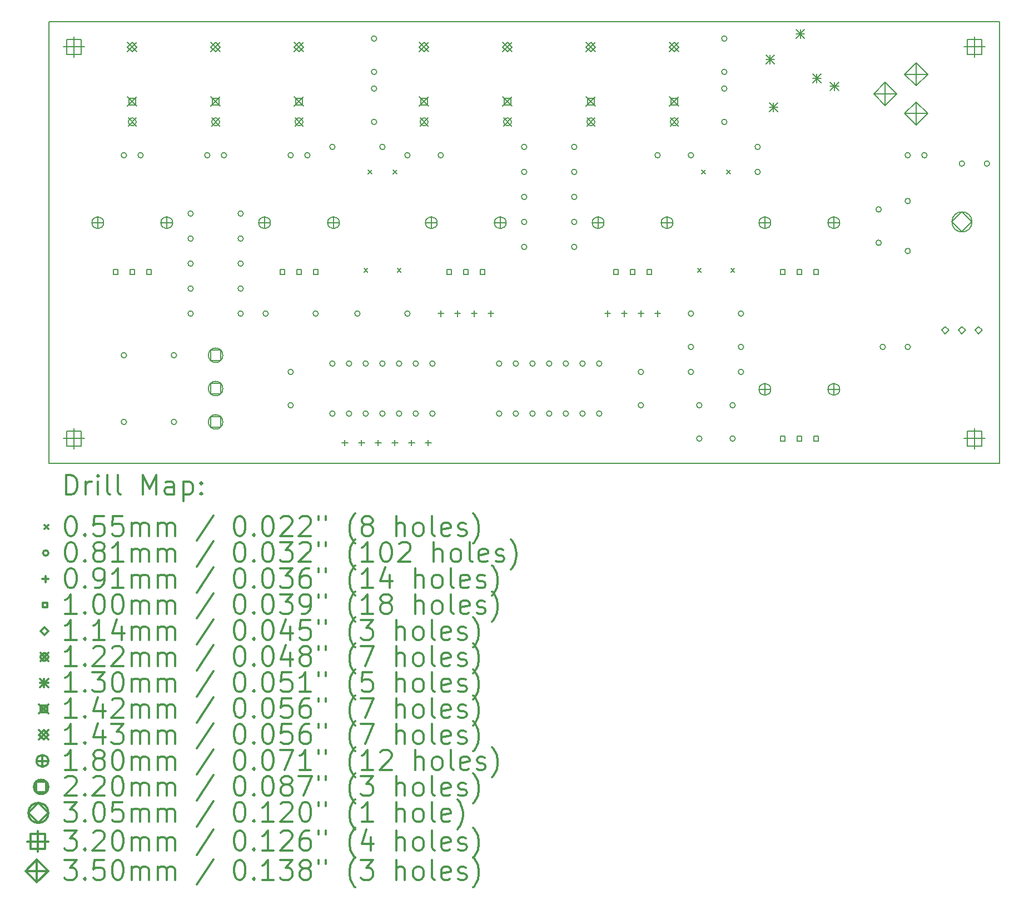
<source format=gbr>
%FSLAX45Y45*%
G04 Gerber Fmt 4.5, Leading zero omitted, Abs format (unit mm)*
G04 Created by KiCad (PCBNEW 4.0.7) date 09/26/19 12:59:46*
%MOMM*%
%LPD*%
G01*
G04 APERTURE LIST*
%ADD10C,0.127000*%
%ADD11C,0.150000*%
%ADD12C,0.200000*%
%ADD13C,0.300000*%
G04 APERTURE END LIST*
D10*
D11*
X22098000Y-5842000D02*
X22098000Y-12573000D01*
X7620000Y-12573000D02*
X22098000Y-12573000D01*
X7620000Y-5842000D02*
X7620000Y-12573000D01*
X7620000Y-5842000D02*
X22098000Y-5842000D01*
D12*
X12419000Y-9600500D02*
X12474000Y-9655500D01*
X12474000Y-9600500D02*
X12419000Y-9655500D01*
X12483000Y-8100500D02*
X12538000Y-8155500D01*
X12538000Y-8100500D02*
X12483000Y-8155500D01*
X12863000Y-8100500D02*
X12918000Y-8155500D01*
X12918000Y-8100500D02*
X12863000Y-8155500D01*
X12927000Y-9600500D02*
X12982000Y-9655500D01*
X12982000Y-9600500D02*
X12927000Y-9655500D01*
X17499000Y-9600500D02*
X17554000Y-9655500D01*
X17554000Y-9600500D02*
X17499000Y-9655500D01*
X17563000Y-8100500D02*
X17618000Y-8155500D01*
X17618000Y-8100500D02*
X17563000Y-8155500D01*
X17943000Y-8100500D02*
X17998000Y-8155500D01*
X17998000Y-8100500D02*
X17943000Y-8155500D01*
X18007000Y-9600500D02*
X18062000Y-9655500D01*
X18062000Y-9600500D02*
X18007000Y-9655500D01*
X8803640Y-7874000D02*
G75*
G03X8803640Y-7874000I-40640J0D01*
G01*
X8803640Y-10922000D02*
G75*
G03X8803640Y-10922000I-40640J0D01*
G01*
X8803640Y-11938000D02*
G75*
G03X8803640Y-11938000I-40640J0D01*
G01*
X9057640Y-7874000D02*
G75*
G03X9057640Y-7874000I-40640J0D01*
G01*
X9565640Y-10922000D02*
G75*
G03X9565640Y-10922000I-40640J0D01*
G01*
X9565640Y-11938000D02*
G75*
G03X9565640Y-11938000I-40640J0D01*
G01*
X9819640Y-8763000D02*
G75*
G03X9819640Y-8763000I-40640J0D01*
G01*
X9819640Y-9144000D02*
G75*
G03X9819640Y-9144000I-40640J0D01*
G01*
X9819640Y-9525000D02*
G75*
G03X9819640Y-9525000I-40640J0D01*
G01*
X9819640Y-9906000D02*
G75*
G03X9819640Y-9906000I-40640J0D01*
G01*
X9819640Y-10287000D02*
G75*
G03X9819640Y-10287000I-40640J0D01*
G01*
X10073640Y-7874000D02*
G75*
G03X10073640Y-7874000I-40640J0D01*
G01*
X10327640Y-7874000D02*
G75*
G03X10327640Y-7874000I-40640J0D01*
G01*
X10581640Y-8763000D02*
G75*
G03X10581640Y-8763000I-40640J0D01*
G01*
X10581640Y-9144000D02*
G75*
G03X10581640Y-9144000I-40640J0D01*
G01*
X10581640Y-9525000D02*
G75*
G03X10581640Y-9525000I-40640J0D01*
G01*
X10581640Y-9906000D02*
G75*
G03X10581640Y-9906000I-40640J0D01*
G01*
X10581640Y-10287000D02*
G75*
G03X10581640Y-10287000I-40640J0D01*
G01*
X10962640Y-10287000D02*
G75*
G03X10962640Y-10287000I-40640J0D01*
G01*
X11343640Y-7874000D02*
G75*
G03X11343640Y-7874000I-40640J0D01*
G01*
X11343640Y-11176000D02*
G75*
G03X11343640Y-11176000I-40640J0D01*
G01*
X11343640Y-11684000D02*
G75*
G03X11343640Y-11684000I-40640J0D01*
G01*
X11597640Y-7874000D02*
G75*
G03X11597640Y-7874000I-40640J0D01*
G01*
X11724640Y-10287000D02*
G75*
G03X11724640Y-10287000I-40640J0D01*
G01*
X11978640Y-7747000D02*
G75*
G03X11978640Y-7747000I-40640J0D01*
G01*
X11978640Y-11049000D02*
G75*
G03X11978640Y-11049000I-40640J0D01*
G01*
X11978640Y-11811000D02*
G75*
G03X11978640Y-11811000I-40640J0D01*
G01*
X12232640Y-11049000D02*
G75*
G03X12232640Y-11049000I-40640J0D01*
G01*
X12232640Y-11811000D02*
G75*
G03X12232640Y-11811000I-40640J0D01*
G01*
X12359640Y-10287000D02*
G75*
G03X12359640Y-10287000I-40640J0D01*
G01*
X12486640Y-11049000D02*
G75*
G03X12486640Y-11049000I-40640J0D01*
G01*
X12486640Y-11811000D02*
G75*
G03X12486640Y-11811000I-40640J0D01*
G01*
X12613640Y-6096000D02*
G75*
G03X12613640Y-6096000I-40640J0D01*
G01*
X12613640Y-6604000D02*
G75*
G03X12613640Y-6604000I-40640J0D01*
G01*
X12613640Y-6858000D02*
G75*
G03X12613640Y-6858000I-40640J0D01*
G01*
X12613640Y-7366000D02*
G75*
G03X12613640Y-7366000I-40640J0D01*
G01*
X12740640Y-7747000D02*
G75*
G03X12740640Y-7747000I-40640J0D01*
G01*
X12740640Y-11049000D02*
G75*
G03X12740640Y-11049000I-40640J0D01*
G01*
X12740640Y-11811000D02*
G75*
G03X12740640Y-11811000I-40640J0D01*
G01*
X12994640Y-11049000D02*
G75*
G03X12994640Y-11049000I-40640J0D01*
G01*
X12994640Y-11811000D02*
G75*
G03X12994640Y-11811000I-40640J0D01*
G01*
X13121640Y-7874000D02*
G75*
G03X13121640Y-7874000I-40640J0D01*
G01*
X13121640Y-10287000D02*
G75*
G03X13121640Y-10287000I-40640J0D01*
G01*
X13248640Y-11049000D02*
G75*
G03X13248640Y-11049000I-40640J0D01*
G01*
X13248640Y-11811000D02*
G75*
G03X13248640Y-11811000I-40640J0D01*
G01*
X13502640Y-11049000D02*
G75*
G03X13502640Y-11049000I-40640J0D01*
G01*
X13502640Y-11811000D02*
G75*
G03X13502640Y-11811000I-40640J0D01*
G01*
X13629640Y-7874000D02*
G75*
G03X13629640Y-7874000I-40640J0D01*
G01*
X14518640Y-11049000D02*
G75*
G03X14518640Y-11049000I-40640J0D01*
G01*
X14518640Y-11811000D02*
G75*
G03X14518640Y-11811000I-40640J0D01*
G01*
X14772640Y-11049000D02*
G75*
G03X14772640Y-11049000I-40640J0D01*
G01*
X14772640Y-11811000D02*
G75*
G03X14772640Y-11811000I-40640J0D01*
G01*
X14899640Y-7747000D02*
G75*
G03X14899640Y-7747000I-40640J0D01*
G01*
X14899640Y-8128000D02*
G75*
G03X14899640Y-8128000I-40640J0D01*
G01*
X14899640Y-8509000D02*
G75*
G03X14899640Y-8509000I-40640J0D01*
G01*
X14899640Y-8890000D02*
G75*
G03X14899640Y-8890000I-40640J0D01*
G01*
X14899640Y-9271000D02*
G75*
G03X14899640Y-9271000I-40640J0D01*
G01*
X15026640Y-11049000D02*
G75*
G03X15026640Y-11049000I-40640J0D01*
G01*
X15026640Y-11811000D02*
G75*
G03X15026640Y-11811000I-40640J0D01*
G01*
X15280640Y-11049000D02*
G75*
G03X15280640Y-11049000I-40640J0D01*
G01*
X15280640Y-11811000D02*
G75*
G03X15280640Y-11811000I-40640J0D01*
G01*
X15534640Y-11049000D02*
G75*
G03X15534640Y-11049000I-40640J0D01*
G01*
X15534640Y-11811000D02*
G75*
G03X15534640Y-11811000I-40640J0D01*
G01*
X15661640Y-7747000D02*
G75*
G03X15661640Y-7747000I-40640J0D01*
G01*
X15661640Y-8128000D02*
G75*
G03X15661640Y-8128000I-40640J0D01*
G01*
X15661640Y-8509000D02*
G75*
G03X15661640Y-8509000I-40640J0D01*
G01*
X15661640Y-8890000D02*
G75*
G03X15661640Y-8890000I-40640J0D01*
G01*
X15661640Y-9271000D02*
G75*
G03X15661640Y-9271000I-40640J0D01*
G01*
X15788640Y-11049000D02*
G75*
G03X15788640Y-11049000I-40640J0D01*
G01*
X15788640Y-11811000D02*
G75*
G03X15788640Y-11811000I-40640J0D01*
G01*
X16042640Y-11049000D02*
G75*
G03X16042640Y-11049000I-40640J0D01*
G01*
X16042640Y-11811000D02*
G75*
G03X16042640Y-11811000I-40640J0D01*
G01*
X16677640Y-11176000D02*
G75*
G03X16677640Y-11176000I-40640J0D01*
G01*
X16677640Y-11684000D02*
G75*
G03X16677640Y-11684000I-40640J0D01*
G01*
X16931640Y-7874000D02*
G75*
G03X16931640Y-7874000I-40640J0D01*
G01*
X17439640Y-7874000D02*
G75*
G03X17439640Y-7874000I-40640J0D01*
G01*
X17439640Y-10287000D02*
G75*
G03X17439640Y-10287000I-40640J0D01*
G01*
X17439640Y-10795000D02*
G75*
G03X17439640Y-10795000I-40640J0D01*
G01*
X17439640Y-11176000D02*
G75*
G03X17439640Y-11176000I-40640J0D01*
G01*
X17566640Y-11684000D02*
G75*
G03X17566640Y-11684000I-40640J0D01*
G01*
X17566640Y-12192000D02*
G75*
G03X17566640Y-12192000I-40640J0D01*
G01*
X17947640Y-6096000D02*
G75*
G03X17947640Y-6096000I-40640J0D01*
G01*
X17947640Y-6604000D02*
G75*
G03X17947640Y-6604000I-40640J0D01*
G01*
X17947640Y-6858000D02*
G75*
G03X17947640Y-6858000I-40640J0D01*
G01*
X17947640Y-7366000D02*
G75*
G03X17947640Y-7366000I-40640J0D01*
G01*
X18074640Y-11684000D02*
G75*
G03X18074640Y-11684000I-40640J0D01*
G01*
X18074640Y-12192000D02*
G75*
G03X18074640Y-12192000I-40640J0D01*
G01*
X18201640Y-10287000D02*
G75*
G03X18201640Y-10287000I-40640J0D01*
G01*
X18201640Y-10795000D02*
G75*
G03X18201640Y-10795000I-40640J0D01*
G01*
X18201640Y-11176000D02*
G75*
G03X18201640Y-11176000I-40640J0D01*
G01*
X18455640Y-7747000D02*
G75*
G03X18455640Y-7747000I-40640J0D01*
G01*
X18455640Y-8128000D02*
G75*
G03X18455640Y-8128000I-40640J0D01*
G01*
X20297140Y-8699500D02*
G75*
G03X20297140Y-8699500I-40640J0D01*
G01*
X20297140Y-9207500D02*
G75*
G03X20297140Y-9207500I-40640J0D01*
G01*
X20360640Y-10795000D02*
G75*
G03X20360640Y-10795000I-40640J0D01*
G01*
X20741640Y-7874000D02*
G75*
G03X20741640Y-7874000I-40640J0D01*
G01*
X20741640Y-8572500D02*
G75*
G03X20741640Y-8572500I-40640J0D01*
G01*
X20741640Y-9334500D02*
G75*
G03X20741640Y-9334500I-40640J0D01*
G01*
X20741640Y-10795000D02*
G75*
G03X20741640Y-10795000I-40640J0D01*
G01*
X20995640Y-7874000D02*
G75*
G03X20995640Y-7874000I-40640J0D01*
G01*
X21567140Y-8001000D02*
G75*
G03X21567140Y-8001000I-40640J0D01*
G01*
X21948140Y-8001000D02*
G75*
G03X21948140Y-8001000I-40640J0D01*
G01*
X12128500Y-12210000D02*
X12128500Y-12301000D01*
X12083000Y-12255500D02*
X12174000Y-12255500D01*
X12382500Y-12210000D02*
X12382500Y-12301000D01*
X12337000Y-12255500D02*
X12428000Y-12255500D01*
X12636500Y-12210000D02*
X12636500Y-12301000D01*
X12591000Y-12255500D02*
X12682000Y-12255500D01*
X12890500Y-12210000D02*
X12890500Y-12301000D01*
X12845000Y-12255500D02*
X12936000Y-12255500D01*
X13144500Y-12210000D02*
X13144500Y-12301000D01*
X13099000Y-12255500D02*
X13190000Y-12255500D01*
X13398500Y-12210000D02*
X13398500Y-12301000D01*
X13353000Y-12255500D02*
X13444000Y-12255500D01*
X13589000Y-10241500D02*
X13589000Y-10332500D01*
X13543500Y-10287000D02*
X13634500Y-10287000D01*
X13843000Y-10241500D02*
X13843000Y-10332500D01*
X13797500Y-10287000D02*
X13888500Y-10287000D01*
X14097000Y-10241500D02*
X14097000Y-10332500D01*
X14051500Y-10287000D02*
X14142500Y-10287000D01*
X14351000Y-10241500D02*
X14351000Y-10332500D01*
X14305500Y-10287000D02*
X14396500Y-10287000D01*
X16129000Y-10241500D02*
X16129000Y-10332500D01*
X16083500Y-10287000D02*
X16174500Y-10287000D01*
X16383000Y-10241500D02*
X16383000Y-10332500D01*
X16337500Y-10287000D02*
X16428500Y-10287000D01*
X16637000Y-10241500D02*
X16637000Y-10332500D01*
X16591500Y-10287000D02*
X16682500Y-10287000D01*
X16891000Y-10241500D02*
X16891000Y-10332500D01*
X16845500Y-10287000D02*
X16936500Y-10287000D01*
X8671356Y-9687356D02*
X8671356Y-9616644D01*
X8600644Y-9616644D01*
X8600644Y-9687356D01*
X8671356Y-9687356D01*
X8925356Y-9687356D02*
X8925356Y-9616644D01*
X8854644Y-9616644D01*
X8854644Y-9687356D01*
X8925356Y-9687356D01*
X9179356Y-9687356D02*
X9179356Y-9616644D01*
X9108644Y-9616644D01*
X9108644Y-9687356D01*
X9179356Y-9687356D01*
X11211356Y-9687356D02*
X11211356Y-9616644D01*
X11140644Y-9616644D01*
X11140644Y-9687356D01*
X11211356Y-9687356D01*
X11465356Y-9687356D02*
X11465356Y-9616644D01*
X11394644Y-9616644D01*
X11394644Y-9687356D01*
X11465356Y-9687356D01*
X11719356Y-9687356D02*
X11719356Y-9616644D01*
X11648644Y-9616644D01*
X11648644Y-9687356D01*
X11719356Y-9687356D01*
X13751356Y-9687356D02*
X13751356Y-9616644D01*
X13680644Y-9616644D01*
X13680644Y-9687356D01*
X13751356Y-9687356D01*
X14005356Y-9687356D02*
X14005356Y-9616644D01*
X13934644Y-9616644D01*
X13934644Y-9687356D01*
X14005356Y-9687356D01*
X14259356Y-9687356D02*
X14259356Y-9616644D01*
X14188644Y-9616644D01*
X14188644Y-9687356D01*
X14259356Y-9687356D01*
X16291356Y-9687356D02*
X16291356Y-9616644D01*
X16220644Y-9616644D01*
X16220644Y-9687356D01*
X16291356Y-9687356D01*
X16545356Y-9687356D02*
X16545356Y-9616644D01*
X16474644Y-9616644D01*
X16474644Y-9687356D01*
X16545356Y-9687356D01*
X16799356Y-9687356D02*
X16799356Y-9616644D01*
X16728644Y-9616644D01*
X16728644Y-9687356D01*
X16799356Y-9687356D01*
X18831356Y-9687356D02*
X18831356Y-9616644D01*
X18760644Y-9616644D01*
X18760644Y-9687356D01*
X18831356Y-9687356D01*
X18831356Y-12227356D02*
X18831356Y-12156644D01*
X18760644Y-12156644D01*
X18760644Y-12227356D01*
X18831356Y-12227356D01*
X19085356Y-9687356D02*
X19085356Y-9616644D01*
X19014644Y-9616644D01*
X19014644Y-9687356D01*
X19085356Y-9687356D01*
X19085356Y-12227356D02*
X19085356Y-12156644D01*
X19014644Y-12156644D01*
X19014644Y-12227356D01*
X19085356Y-12227356D01*
X19339356Y-9687356D02*
X19339356Y-9616644D01*
X19268644Y-9616644D01*
X19268644Y-9687356D01*
X19339356Y-9687356D01*
X19339356Y-12227356D02*
X19339356Y-12156644D01*
X19268644Y-12156644D01*
X19268644Y-12227356D01*
X19339356Y-12227356D01*
X21272500Y-10598150D02*
X21329650Y-10541000D01*
X21272500Y-10483850D01*
X21215350Y-10541000D01*
X21272500Y-10598150D01*
X21526500Y-10598150D02*
X21583650Y-10541000D01*
X21526500Y-10483850D01*
X21469350Y-10541000D01*
X21526500Y-10598150D01*
X21780500Y-10598150D02*
X21837650Y-10541000D01*
X21780500Y-10483850D01*
X21723350Y-10541000D01*
X21780500Y-10598150D01*
X8829000Y-7305000D02*
X8951000Y-7427000D01*
X8951000Y-7305000D02*
X8829000Y-7427000D01*
X8951000Y-7366000D02*
G75*
G03X8951000Y-7366000I-61000J0D01*
G01*
X10099000Y-7305000D02*
X10221000Y-7427000D01*
X10221000Y-7305000D02*
X10099000Y-7427000D01*
X10221000Y-7366000D02*
G75*
G03X10221000Y-7366000I-61000J0D01*
G01*
X11369000Y-7305000D02*
X11491000Y-7427000D01*
X11491000Y-7305000D02*
X11369000Y-7427000D01*
X11491000Y-7366000D02*
G75*
G03X11491000Y-7366000I-61000J0D01*
G01*
X13274000Y-7305000D02*
X13396000Y-7427000D01*
X13396000Y-7305000D02*
X13274000Y-7427000D01*
X13396000Y-7366000D02*
G75*
G03X13396000Y-7366000I-61000J0D01*
G01*
X14544000Y-7305000D02*
X14666000Y-7427000D01*
X14666000Y-7305000D02*
X14544000Y-7427000D01*
X14666000Y-7366000D02*
G75*
G03X14666000Y-7366000I-61000J0D01*
G01*
X15814000Y-7305000D02*
X15936000Y-7427000D01*
X15936000Y-7305000D02*
X15814000Y-7427000D01*
X15936000Y-7366000D02*
G75*
G03X15936000Y-7366000I-61000J0D01*
G01*
X17084000Y-7305000D02*
X17206000Y-7427000D01*
X17206000Y-7305000D02*
X17084000Y-7427000D01*
X17206000Y-7366000D02*
G75*
G03X17206000Y-7366000I-61000J0D01*
G01*
X18540500Y-6348500D02*
X18670500Y-6478500D01*
X18670500Y-6348500D02*
X18540500Y-6478500D01*
X18605500Y-6348500D02*
X18605500Y-6478500D01*
X18540500Y-6413500D02*
X18670500Y-6413500D01*
X18590500Y-7078500D02*
X18720500Y-7208500D01*
X18720500Y-7078500D02*
X18590500Y-7208500D01*
X18655500Y-7078500D02*
X18655500Y-7208500D01*
X18590500Y-7143500D02*
X18720500Y-7143500D01*
X19000500Y-5958500D02*
X19130500Y-6088500D01*
X19130500Y-5958500D02*
X19000500Y-6088500D01*
X19065500Y-5958500D02*
X19065500Y-6088500D01*
X19000500Y-6023500D02*
X19130500Y-6023500D01*
X19250500Y-6638500D02*
X19380500Y-6768500D01*
X19380500Y-6638500D02*
X19250500Y-6768500D01*
X19315500Y-6638500D02*
X19315500Y-6768500D01*
X19250500Y-6703500D02*
X19380500Y-6703500D01*
X19520500Y-6758500D02*
X19650500Y-6888500D01*
X19650500Y-6758500D02*
X19520500Y-6888500D01*
X19585500Y-6758500D02*
X19585500Y-6888500D01*
X19520500Y-6823500D02*
X19650500Y-6823500D01*
X8819000Y-6985000D02*
X8961000Y-7127000D01*
X8961000Y-6985000D02*
X8819000Y-7127000D01*
X8940205Y-7106205D02*
X8940205Y-7005795D01*
X8839795Y-7005795D01*
X8839795Y-7106205D01*
X8940205Y-7106205D01*
X10089000Y-6985000D02*
X10231000Y-7127000D01*
X10231000Y-6985000D02*
X10089000Y-7127000D01*
X10210205Y-7106205D02*
X10210205Y-7005795D01*
X10109795Y-7005795D01*
X10109795Y-7106205D01*
X10210205Y-7106205D01*
X11359000Y-6985000D02*
X11501000Y-7127000D01*
X11501000Y-6985000D02*
X11359000Y-7127000D01*
X11480205Y-7106205D02*
X11480205Y-7005795D01*
X11379795Y-7005795D01*
X11379795Y-7106205D01*
X11480205Y-7106205D01*
X13264000Y-6985000D02*
X13406000Y-7127000D01*
X13406000Y-6985000D02*
X13264000Y-7127000D01*
X13385205Y-7106205D02*
X13385205Y-7005795D01*
X13284795Y-7005795D01*
X13284795Y-7106205D01*
X13385205Y-7106205D01*
X14534000Y-6985000D02*
X14676000Y-7127000D01*
X14676000Y-6985000D02*
X14534000Y-7127000D01*
X14655205Y-7106205D02*
X14655205Y-7005795D01*
X14554795Y-7005795D01*
X14554795Y-7106205D01*
X14655205Y-7106205D01*
X15804000Y-6985000D02*
X15946000Y-7127000D01*
X15946000Y-6985000D02*
X15804000Y-7127000D01*
X15925205Y-7106205D02*
X15925205Y-7005795D01*
X15824795Y-7005795D01*
X15824795Y-7106205D01*
X15925205Y-7106205D01*
X17074000Y-6985000D02*
X17216000Y-7127000D01*
X17216000Y-6985000D02*
X17074000Y-7127000D01*
X17195205Y-7106205D02*
X17195205Y-7005795D01*
X17094795Y-7005795D01*
X17094795Y-7106205D01*
X17195205Y-7106205D01*
X8818500Y-6154500D02*
X8961500Y-6297500D01*
X8961500Y-6154500D02*
X8818500Y-6297500D01*
X8890000Y-6297500D02*
X8961500Y-6226000D01*
X8890000Y-6154500D01*
X8818500Y-6226000D01*
X8890000Y-6297500D01*
X10088500Y-6154500D02*
X10231500Y-6297500D01*
X10231500Y-6154500D02*
X10088500Y-6297500D01*
X10160000Y-6297500D02*
X10231500Y-6226000D01*
X10160000Y-6154500D01*
X10088500Y-6226000D01*
X10160000Y-6297500D01*
X11358500Y-6154500D02*
X11501500Y-6297500D01*
X11501500Y-6154500D02*
X11358500Y-6297500D01*
X11430000Y-6297500D02*
X11501500Y-6226000D01*
X11430000Y-6154500D01*
X11358500Y-6226000D01*
X11430000Y-6297500D01*
X13263500Y-6154500D02*
X13406500Y-6297500D01*
X13406500Y-6154500D02*
X13263500Y-6297500D01*
X13335000Y-6297500D02*
X13406500Y-6226000D01*
X13335000Y-6154500D01*
X13263500Y-6226000D01*
X13335000Y-6297500D01*
X14533500Y-6154500D02*
X14676500Y-6297500D01*
X14676500Y-6154500D02*
X14533500Y-6297500D01*
X14605000Y-6297500D02*
X14676500Y-6226000D01*
X14605000Y-6154500D01*
X14533500Y-6226000D01*
X14605000Y-6297500D01*
X15803500Y-6154500D02*
X15946500Y-6297500D01*
X15946500Y-6154500D02*
X15803500Y-6297500D01*
X15875000Y-6297500D02*
X15946500Y-6226000D01*
X15875000Y-6154500D01*
X15803500Y-6226000D01*
X15875000Y-6297500D01*
X17073500Y-6154500D02*
X17216500Y-6297500D01*
X17216500Y-6154500D02*
X17073500Y-6297500D01*
X17145000Y-6297500D02*
X17216500Y-6226000D01*
X17145000Y-6154500D01*
X17073500Y-6226000D01*
X17145000Y-6297500D01*
X8365000Y-8812000D02*
X8365000Y-8992000D01*
X8275000Y-8902000D02*
X8455000Y-8902000D01*
X8455000Y-8902000D02*
G75*
G03X8455000Y-8902000I-90000J0D01*
G01*
X9415000Y-8812000D02*
X9415000Y-8992000D01*
X9325000Y-8902000D02*
X9505000Y-8902000D01*
X9505000Y-8902000D02*
G75*
G03X9505000Y-8902000I-90000J0D01*
G01*
X10905000Y-8812000D02*
X10905000Y-8992000D01*
X10815000Y-8902000D02*
X10995000Y-8902000D01*
X10995000Y-8902000D02*
G75*
G03X10995000Y-8902000I-90000J0D01*
G01*
X11955000Y-8812000D02*
X11955000Y-8992000D01*
X11865000Y-8902000D02*
X12045000Y-8902000D01*
X12045000Y-8902000D02*
G75*
G03X12045000Y-8902000I-90000J0D01*
G01*
X13445000Y-8812000D02*
X13445000Y-8992000D01*
X13355000Y-8902000D02*
X13535000Y-8902000D01*
X13535000Y-8902000D02*
G75*
G03X13535000Y-8902000I-90000J0D01*
G01*
X14495000Y-8812000D02*
X14495000Y-8992000D01*
X14405000Y-8902000D02*
X14585000Y-8902000D01*
X14585000Y-8902000D02*
G75*
G03X14585000Y-8902000I-90000J0D01*
G01*
X15985000Y-8812000D02*
X15985000Y-8992000D01*
X15895000Y-8902000D02*
X16075000Y-8902000D01*
X16075000Y-8902000D02*
G75*
G03X16075000Y-8902000I-90000J0D01*
G01*
X17035000Y-8812000D02*
X17035000Y-8992000D01*
X16945000Y-8902000D02*
X17125000Y-8902000D01*
X17125000Y-8902000D02*
G75*
G03X17125000Y-8902000I-90000J0D01*
G01*
X18525000Y-8812000D02*
X18525000Y-8992000D01*
X18435000Y-8902000D02*
X18615000Y-8902000D01*
X18615000Y-8902000D02*
G75*
G03X18615000Y-8902000I-90000J0D01*
G01*
X18525000Y-11352000D02*
X18525000Y-11532000D01*
X18435000Y-11442000D02*
X18615000Y-11442000D01*
X18615000Y-11442000D02*
G75*
G03X18615000Y-11442000I-90000J0D01*
G01*
X19575000Y-8812000D02*
X19575000Y-8992000D01*
X19485000Y-8902000D02*
X19665000Y-8902000D01*
X19665000Y-8902000D02*
G75*
G03X19665000Y-8902000I-90000J0D01*
G01*
X19575000Y-11352000D02*
X19575000Y-11532000D01*
X19485000Y-11442000D02*
X19665000Y-11442000D01*
X19665000Y-11442000D02*
G75*
G03X19665000Y-11442000I-90000J0D01*
G01*
X10237783Y-10999783D02*
X10237783Y-10844218D01*
X10082218Y-10844218D01*
X10082218Y-10999783D01*
X10237783Y-10999783D01*
X10270000Y-10922000D02*
G75*
G03X10270000Y-10922000I-110000J0D01*
G01*
X10237783Y-11507782D02*
X10237783Y-11352217D01*
X10082218Y-11352217D01*
X10082218Y-11507782D01*
X10237783Y-11507782D01*
X10270000Y-11430000D02*
G75*
G03X10270000Y-11430000I-110000J0D01*
G01*
X10237783Y-12015782D02*
X10237783Y-11860217D01*
X10082218Y-11860217D01*
X10082218Y-12015782D01*
X10237783Y-12015782D01*
X10270000Y-11938000D02*
G75*
G03X10270000Y-11938000I-110000J0D01*
G01*
X21526500Y-9042400D02*
X21678900Y-8890000D01*
X21526500Y-8737600D01*
X21374100Y-8890000D01*
X21526500Y-9042400D01*
X21678900Y-8890000D02*
G75*
G03X21678900Y-8890000I-152400J0D01*
G01*
X8001000Y-6063000D02*
X8001000Y-6383000D01*
X7841000Y-6223000D02*
X8161000Y-6223000D01*
X8114138Y-6336138D02*
X8114138Y-6109862D01*
X7887862Y-6109862D01*
X7887862Y-6336138D01*
X8114138Y-6336138D01*
X8001000Y-12032000D02*
X8001000Y-12352000D01*
X7841000Y-12192000D02*
X8161000Y-12192000D01*
X8114138Y-12305138D02*
X8114138Y-12078862D01*
X7887862Y-12078862D01*
X7887862Y-12305138D01*
X8114138Y-12305138D01*
X21717000Y-6063000D02*
X21717000Y-6383000D01*
X21557000Y-6223000D02*
X21877000Y-6223000D01*
X21830138Y-6336138D02*
X21830138Y-6109862D01*
X21603862Y-6109862D01*
X21603862Y-6336138D01*
X21830138Y-6336138D01*
X21717000Y-12032000D02*
X21717000Y-12352000D01*
X21557000Y-12192000D02*
X21877000Y-12192000D01*
X21830138Y-12305138D02*
X21830138Y-12078862D01*
X21603862Y-12078862D01*
X21603862Y-12305138D01*
X21830138Y-12305138D01*
X20358000Y-6764000D02*
X20358000Y-7114000D01*
X20183000Y-6939000D02*
X20533000Y-6939000D01*
X20358000Y-7114000D02*
X20533000Y-6939000D01*
X20358000Y-6764000D01*
X20183000Y-6939000D01*
X20358000Y-7114000D01*
X20828000Y-6464000D02*
X20828000Y-6814000D01*
X20653000Y-6639000D02*
X21003000Y-6639000D01*
X20828000Y-6814000D02*
X21003000Y-6639000D01*
X20828000Y-6464000D01*
X20653000Y-6639000D01*
X20828000Y-6814000D01*
X20828000Y-7064000D02*
X20828000Y-7414000D01*
X20653000Y-7239000D02*
X21003000Y-7239000D01*
X20828000Y-7414000D02*
X21003000Y-7239000D01*
X20828000Y-7064000D01*
X20653000Y-7239000D01*
X20828000Y-7414000D01*
D13*
X7883928Y-13046214D02*
X7883928Y-12746214D01*
X7955357Y-12746214D01*
X7998214Y-12760500D01*
X8026786Y-12789071D01*
X8041071Y-12817643D01*
X8055357Y-12874786D01*
X8055357Y-12917643D01*
X8041071Y-12974786D01*
X8026786Y-13003357D01*
X7998214Y-13031929D01*
X7955357Y-13046214D01*
X7883928Y-13046214D01*
X8183928Y-13046214D02*
X8183928Y-12846214D01*
X8183928Y-12903357D02*
X8198214Y-12874786D01*
X8212500Y-12860500D01*
X8241071Y-12846214D01*
X8269643Y-12846214D01*
X8369643Y-13046214D02*
X8369643Y-12846214D01*
X8369643Y-12746214D02*
X8355357Y-12760500D01*
X8369643Y-12774786D01*
X8383928Y-12760500D01*
X8369643Y-12746214D01*
X8369643Y-12774786D01*
X8555357Y-13046214D02*
X8526786Y-13031929D01*
X8512500Y-13003357D01*
X8512500Y-12746214D01*
X8712500Y-13046214D02*
X8683929Y-13031929D01*
X8669643Y-13003357D01*
X8669643Y-12746214D01*
X9055357Y-13046214D02*
X9055357Y-12746214D01*
X9155357Y-12960500D01*
X9255357Y-12746214D01*
X9255357Y-13046214D01*
X9526786Y-13046214D02*
X9526786Y-12889071D01*
X9512500Y-12860500D01*
X9483929Y-12846214D01*
X9426786Y-12846214D01*
X9398214Y-12860500D01*
X9526786Y-13031929D02*
X9498214Y-13046214D01*
X9426786Y-13046214D01*
X9398214Y-13031929D01*
X9383929Y-13003357D01*
X9383929Y-12974786D01*
X9398214Y-12946214D01*
X9426786Y-12931929D01*
X9498214Y-12931929D01*
X9526786Y-12917643D01*
X9669643Y-12846214D02*
X9669643Y-13146214D01*
X9669643Y-12860500D02*
X9698214Y-12846214D01*
X9755357Y-12846214D01*
X9783929Y-12860500D01*
X9798214Y-12874786D01*
X9812500Y-12903357D01*
X9812500Y-12989071D01*
X9798214Y-13017643D01*
X9783929Y-13031929D01*
X9755357Y-13046214D01*
X9698214Y-13046214D01*
X9669643Y-13031929D01*
X9941071Y-13017643D02*
X9955357Y-13031929D01*
X9941071Y-13046214D01*
X9926786Y-13031929D01*
X9941071Y-13017643D01*
X9941071Y-13046214D01*
X9941071Y-12860500D02*
X9955357Y-12874786D01*
X9941071Y-12889071D01*
X9926786Y-12874786D01*
X9941071Y-12860500D01*
X9941071Y-12889071D01*
X7557500Y-13513000D02*
X7612500Y-13568000D01*
X7612500Y-13513000D02*
X7557500Y-13568000D01*
X7941071Y-13376214D02*
X7969643Y-13376214D01*
X7998214Y-13390500D01*
X8012500Y-13404786D01*
X8026786Y-13433357D01*
X8041071Y-13490500D01*
X8041071Y-13561929D01*
X8026786Y-13619071D01*
X8012500Y-13647643D01*
X7998214Y-13661929D01*
X7969643Y-13676214D01*
X7941071Y-13676214D01*
X7912500Y-13661929D01*
X7898214Y-13647643D01*
X7883928Y-13619071D01*
X7869643Y-13561929D01*
X7869643Y-13490500D01*
X7883928Y-13433357D01*
X7898214Y-13404786D01*
X7912500Y-13390500D01*
X7941071Y-13376214D01*
X8169643Y-13647643D02*
X8183928Y-13661929D01*
X8169643Y-13676214D01*
X8155357Y-13661929D01*
X8169643Y-13647643D01*
X8169643Y-13676214D01*
X8455357Y-13376214D02*
X8312500Y-13376214D01*
X8298214Y-13519071D01*
X8312500Y-13504786D01*
X8341071Y-13490500D01*
X8412500Y-13490500D01*
X8441071Y-13504786D01*
X8455357Y-13519071D01*
X8469643Y-13547643D01*
X8469643Y-13619071D01*
X8455357Y-13647643D01*
X8441071Y-13661929D01*
X8412500Y-13676214D01*
X8341071Y-13676214D01*
X8312500Y-13661929D01*
X8298214Y-13647643D01*
X8741071Y-13376214D02*
X8598214Y-13376214D01*
X8583929Y-13519071D01*
X8598214Y-13504786D01*
X8626786Y-13490500D01*
X8698214Y-13490500D01*
X8726786Y-13504786D01*
X8741071Y-13519071D01*
X8755357Y-13547643D01*
X8755357Y-13619071D01*
X8741071Y-13647643D01*
X8726786Y-13661929D01*
X8698214Y-13676214D01*
X8626786Y-13676214D01*
X8598214Y-13661929D01*
X8583929Y-13647643D01*
X8883929Y-13676214D02*
X8883929Y-13476214D01*
X8883929Y-13504786D02*
X8898214Y-13490500D01*
X8926786Y-13476214D01*
X8969643Y-13476214D01*
X8998214Y-13490500D01*
X9012500Y-13519071D01*
X9012500Y-13676214D01*
X9012500Y-13519071D02*
X9026786Y-13490500D01*
X9055357Y-13476214D01*
X9098214Y-13476214D01*
X9126786Y-13490500D01*
X9141071Y-13519071D01*
X9141071Y-13676214D01*
X9283929Y-13676214D02*
X9283929Y-13476214D01*
X9283929Y-13504786D02*
X9298214Y-13490500D01*
X9326786Y-13476214D01*
X9369643Y-13476214D01*
X9398214Y-13490500D01*
X9412500Y-13519071D01*
X9412500Y-13676214D01*
X9412500Y-13519071D02*
X9426786Y-13490500D01*
X9455357Y-13476214D01*
X9498214Y-13476214D01*
X9526786Y-13490500D01*
X9541071Y-13519071D01*
X9541071Y-13676214D01*
X10126786Y-13361929D02*
X9869643Y-13747643D01*
X10512500Y-13376214D02*
X10541071Y-13376214D01*
X10569643Y-13390500D01*
X10583928Y-13404786D01*
X10598214Y-13433357D01*
X10612500Y-13490500D01*
X10612500Y-13561929D01*
X10598214Y-13619071D01*
X10583928Y-13647643D01*
X10569643Y-13661929D01*
X10541071Y-13676214D01*
X10512500Y-13676214D01*
X10483928Y-13661929D01*
X10469643Y-13647643D01*
X10455357Y-13619071D01*
X10441071Y-13561929D01*
X10441071Y-13490500D01*
X10455357Y-13433357D01*
X10469643Y-13404786D01*
X10483928Y-13390500D01*
X10512500Y-13376214D01*
X10741071Y-13647643D02*
X10755357Y-13661929D01*
X10741071Y-13676214D01*
X10726786Y-13661929D01*
X10741071Y-13647643D01*
X10741071Y-13676214D01*
X10941071Y-13376214D02*
X10969643Y-13376214D01*
X10998214Y-13390500D01*
X11012500Y-13404786D01*
X11026786Y-13433357D01*
X11041071Y-13490500D01*
X11041071Y-13561929D01*
X11026786Y-13619071D01*
X11012500Y-13647643D01*
X10998214Y-13661929D01*
X10969643Y-13676214D01*
X10941071Y-13676214D01*
X10912500Y-13661929D01*
X10898214Y-13647643D01*
X10883928Y-13619071D01*
X10869643Y-13561929D01*
X10869643Y-13490500D01*
X10883928Y-13433357D01*
X10898214Y-13404786D01*
X10912500Y-13390500D01*
X10941071Y-13376214D01*
X11155357Y-13404786D02*
X11169643Y-13390500D01*
X11198214Y-13376214D01*
X11269643Y-13376214D01*
X11298214Y-13390500D01*
X11312500Y-13404786D01*
X11326785Y-13433357D01*
X11326785Y-13461929D01*
X11312500Y-13504786D01*
X11141071Y-13676214D01*
X11326785Y-13676214D01*
X11441071Y-13404786D02*
X11455357Y-13390500D01*
X11483928Y-13376214D01*
X11555357Y-13376214D01*
X11583928Y-13390500D01*
X11598214Y-13404786D01*
X11612500Y-13433357D01*
X11612500Y-13461929D01*
X11598214Y-13504786D01*
X11426785Y-13676214D01*
X11612500Y-13676214D01*
X11726786Y-13376214D02*
X11726786Y-13433357D01*
X11841071Y-13376214D02*
X11841071Y-13433357D01*
X12283928Y-13790500D02*
X12269643Y-13776214D01*
X12241071Y-13733357D01*
X12226785Y-13704786D01*
X12212500Y-13661929D01*
X12198214Y-13590500D01*
X12198214Y-13533357D01*
X12212500Y-13461929D01*
X12226785Y-13419071D01*
X12241071Y-13390500D01*
X12269643Y-13347643D01*
X12283928Y-13333357D01*
X12441071Y-13504786D02*
X12412500Y-13490500D01*
X12398214Y-13476214D01*
X12383928Y-13447643D01*
X12383928Y-13433357D01*
X12398214Y-13404786D01*
X12412500Y-13390500D01*
X12441071Y-13376214D01*
X12498214Y-13376214D01*
X12526785Y-13390500D01*
X12541071Y-13404786D01*
X12555357Y-13433357D01*
X12555357Y-13447643D01*
X12541071Y-13476214D01*
X12526785Y-13490500D01*
X12498214Y-13504786D01*
X12441071Y-13504786D01*
X12412500Y-13519071D01*
X12398214Y-13533357D01*
X12383928Y-13561929D01*
X12383928Y-13619071D01*
X12398214Y-13647643D01*
X12412500Y-13661929D01*
X12441071Y-13676214D01*
X12498214Y-13676214D01*
X12526785Y-13661929D01*
X12541071Y-13647643D01*
X12555357Y-13619071D01*
X12555357Y-13561929D01*
X12541071Y-13533357D01*
X12526785Y-13519071D01*
X12498214Y-13504786D01*
X12912500Y-13676214D02*
X12912500Y-13376214D01*
X13041071Y-13676214D02*
X13041071Y-13519071D01*
X13026785Y-13490500D01*
X12998214Y-13476214D01*
X12955357Y-13476214D01*
X12926785Y-13490500D01*
X12912500Y-13504786D01*
X13226785Y-13676214D02*
X13198214Y-13661929D01*
X13183928Y-13647643D01*
X13169643Y-13619071D01*
X13169643Y-13533357D01*
X13183928Y-13504786D01*
X13198214Y-13490500D01*
X13226785Y-13476214D01*
X13269643Y-13476214D01*
X13298214Y-13490500D01*
X13312500Y-13504786D01*
X13326785Y-13533357D01*
X13326785Y-13619071D01*
X13312500Y-13647643D01*
X13298214Y-13661929D01*
X13269643Y-13676214D01*
X13226785Y-13676214D01*
X13498214Y-13676214D02*
X13469643Y-13661929D01*
X13455357Y-13633357D01*
X13455357Y-13376214D01*
X13726786Y-13661929D02*
X13698214Y-13676214D01*
X13641071Y-13676214D01*
X13612500Y-13661929D01*
X13598214Y-13633357D01*
X13598214Y-13519071D01*
X13612500Y-13490500D01*
X13641071Y-13476214D01*
X13698214Y-13476214D01*
X13726786Y-13490500D01*
X13741071Y-13519071D01*
X13741071Y-13547643D01*
X13598214Y-13576214D01*
X13855357Y-13661929D02*
X13883928Y-13676214D01*
X13941071Y-13676214D01*
X13969643Y-13661929D01*
X13983928Y-13633357D01*
X13983928Y-13619071D01*
X13969643Y-13590500D01*
X13941071Y-13576214D01*
X13898214Y-13576214D01*
X13869643Y-13561929D01*
X13855357Y-13533357D01*
X13855357Y-13519071D01*
X13869643Y-13490500D01*
X13898214Y-13476214D01*
X13941071Y-13476214D01*
X13969643Y-13490500D01*
X14083928Y-13790500D02*
X14098214Y-13776214D01*
X14126786Y-13733357D01*
X14141071Y-13704786D01*
X14155357Y-13661929D01*
X14169643Y-13590500D01*
X14169643Y-13533357D01*
X14155357Y-13461929D01*
X14141071Y-13419071D01*
X14126786Y-13390500D01*
X14098214Y-13347643D01*
X14083928Y-13333357D01*
X7612500Y-13936500D02*
G75*
G03X7612500Y-13936500I-40640J0D01*
G01*
X7941071Y-13772214D02*
X7969643Y-13772214D01*
X7998214Y-13786500D01*
X8012500Y-13800786D01*
X8026786Y-13829357D01*
X8041071Y-13886500D01*
X8041071Y-13957929D01*
X8026786Y-14015071D01*
X8012500Y-14043643D01*
X7998214Y-14057929D01*
X7969643Y-14072214D01*
X7941071Y-14072214D01*
X7912500Y-14057929D01*
X7898214Y-14043643D01*
X7883928Y-14015071D01*
X7869643Y-13957929D01*
X7869643Y-13886500D01*
X7883928Y-13829357D01*
X7898214Y-13800786D01*
X7912500Y-13786500D01*
X7941071Y-13772214D01*
X8169643Y-14043643D02*
X8183928Y-14057929D01*
X8169643Y-14072214D01*
X8155357Y-14057929D01*
X8169643Y-14043643D01*
X8169643Y-14072214D01*
X8355357Y-13900786D02*
X8326786Y-13886500D01*
X8312500Y-13872214D01*
X8298214Y-13843643D01*
X8298214Y-13829357D01*
X8312500Y-13800786D01*
X8326786Y-13786500D01*
X8355357Y-13772214D01*
X8412500Y-13772214D01*
X8441071Y-13786500D01*
X8455357Y-13800786D01*
X8469643Y-13829357D01*
X8469643Y-13843643D01*
X8455357Y-13872214D01*
X8441071Y-13886500D01*
X8412500Y-13900786D01*
X8355357Y-13900786D01*
X8326786Y-13915071D01*
X8312500Y-13929357D01*
X8298214Y-13957929D01*
X8298214Y-14015071D01*
X8312500Y-14043643D01*
X8326786Y-14057929D01*
X8355357Y-14072214D01*
X8412500Y-14072214D01*
X8441071Y-14057929D01*
X8455357Y-14043643D01*
X8469643Y-14015071D01*
X8469643Y-13957929D01*
X8455357Y-13929357D01*
X8441071Y-13915071D01*
X8412500Y-13900786D01*
X8755357Y-14072214D02*
X8583929Y-14072214D01*
X8669643Y-14072214D02*
X8669643Y-13772214D01*
X8641071Y-13815071D01*
X8612500Y-13843643D01*
X8583929Y-13857929D01*
X8883929Y-14072214D02*
X8883929Y-13872214D01*
X8883929Y-13900786D02*
X8898214Y-13886500D01*
X8926786Y-13872214D01*
X8969643Y-13872214D01*
X8998214Y-13886500D01*
X9012500Y-13915071D01*
X9012500Y-14072214D01*
X9012500Y-13915071D02*
X9026786Y-13886500D01*
X9055357Y-13872214D01*
X9098214Y-13872214D01*
X9126786Y-13886500D01*
X9141071Y-13915071D01*
X9141071Y-14072214D01*
X9283929Y-14072214D02*
X9283929Y-13872214D01*
X9283929Y-13900786D02*
X9298214Y-13886500D01*
X9326786Y-13872214D01*
X9369643Y-13872214D01*
X9398214Y-13886500D01*
X9412500Y-13915071D01*
X9412500Y-14072214D01*
X9412500Y-13915071D02*
X9426786Y-13886500D01*
X9455357Y-13872214D01*
X9498214Y-13872214D01*
X9526786Y-13886500D01*
X9541071Y-13915071D01*
X9541071Y-14072214D01*
X10126786Y-13757929D02*
X9869643Y-14143643D01*
X10512500Y-13772214D02*
X10541071Y-13772214D01*
X10569643Y-13786500D01*
X10583928Y-13800786D01*
X10598214Y-13829357D01*
X10612500Y-13886500D01*
X10612500Y-13957929D01*
X10598214Y-14015071D01*
X10583928Y-14043643D01*
X10569643Y-14057929D01*
X10541071Y-14072214D01*
X10512500Y-14072214D01*
X10483928Y-14057929D01*
X10469643Y-14043643D01*
X10455357Y-14015071D01*
X10441071Y-13957929D01*
X10441071Y-13886500D01*
X10455357Y-13829357D01*
X10469643Y-13800786D01*
X10483928Y-13786500D01*
X10512500Y-13772214D01*
X10741071Y-14043643D02*
X10755357Y-14057929D01*
X10741071Y-14072214D01*
X10726786Y-14057929D01*
X10741071Y-14043643D01*
X10741071Y-14072214D01*
X10941071Y-13772214D02*
X10969643Y-13772214D01*
X10998214Y-13786500D01*
X11012500Y-13800786D01*
X11026786Y-13829357D01*
X11041071Y-13886500D01*
X11041071Y-13957929D01*
X11026786Y-14015071D01*
X11012500Y-14043643D01*
X10998214Y-14057929D01*
X10969643Y-14072214D01*
X10941071Y-14072214D01*
X10912500Y-14057929D01*
X10898214Y-14043643D01*
X10883928Y-14015071D01*
X10869643Y-13957929D01*
X10869643Y-13886500D01*
X10883928Y-13829357D01*
X10898214Y-13800786D01*
X10912500Y-13786500D01*
X10941071Y-13772214D01*
X11141071Y-13772214D02*
X11326785Y-13772214D01*
X11226785Y-13886500D01*
X11269643Y-13886500D01*
X11298214Y-13900786D01*
X11312500Y-13915071D01*
X11326785Y-13943643D01*
X11326785Y-14015071D01*
X11312500Y-14043643D01*
X11298214Y-14057929D01*
X11269643Y-14072214D01*
X11183928Y-14072214D01*
X11155357Y-14057929D01*
X11141071Y-14043643D01*
X11441071Y-13800786D02*
X11455357Y-13786500D01*
X11483928Y-13772214D01*
X11555357Y-13772214D01*
X11583928Y-13786500D01*
X11598214Y-13800786D01*
X11612500Y-13829357D01*
X11612500Y-13857929D01*
X11598214Y-13900786D01*
X11426785Y-14072214D01*
X11612500Y-14072214D01*
X11726786Y-13772214D02*
X11726786Y-13829357D01*
X11841071Y-13772214D02*
X11841071Y-13829357D01*
X12283928Y-14186500D02*
X12269643Y-14172214D01*
X12241071Y-14129357D01*
X12226785Y-14100786D01*
X12212500Y-14057929D01*
X12198214Y-13986500D01*
X12198214Y-13929357D01*
X12212500Y-13857929D01*
X12226785Y-13815071D01*
X12241071Y-13786500D01*
X12269643Y-13743643D01*
X12283928Y-13729357D01*
X12555357Y-14072214D02*
X12383928Y-14072214D01*
X12469643Y-14072214D02*
X12469643Y-13772214D01*
X12441071Y-13815071D01*
X12412500Y-13843643D01*
X12383928Y-13857929D01*
X12741071Y-13772214D02*
X12769643Y-13772214D01*
X12798214Y-13786500D01*
X12812500Y-13800786D01*
X12826785Y-13829357D01*
X12841071Y-13886500D01*
X12841071Y-13957929D01*
X12826785Y-14015071D01*
X12812500Y-14043643D01*
X12798214Y-14057929D01*
X12769643Y-14072214D01*
X12741071Y-14072214D01*
X12712500Y-14057929D01*
X12698214Y-14043643D01*
X12683928Y-14015071D01*
X12669643Y-13957929D01*
X12669643Y-13886500D01*
X12683928Y-13829357D01*
X12698214Y-13800786D01*
X12712500Y-13786500D01*
X12741071Y-13772214D01*
X12955357Y-13800786D02*
X12969643Y-13786500D01*
X12998214Y-13772214D01*
X13069643Y-13772214D01*
X13098214Y-13786500D01*
X13112500Y-13800786D01*
X13126785Y-13829357D01*
X13126785Y-13857929D01*
X13112500Y-13900786D01*
X12941071Y-14072214D01*
X13126785Y-14072214D01*
X13483928Y-14072214D02*
X13483928Y-13772214D01*
X13612500Y-14072214D02*
X13612500Y-13915071D01*
X13598214Y-13886500D01*
X13569643Y-13872214D01*
X13526785Y-13872214D01*
X13498214Y-13886500D01*
X13483928Y-13900786D01*
X13798214Y-14072214D02*
X13769643Y-14057929D01*
X13755357Y-14043643D01*
X13741071Y-14015071D01*
X13741071Y-13929357D01*
X13755357Y-13900786D01*
X13769643Y-13886500D01*
X13798214Y-13872214D01*
X13841071Y-13872214D01*
X13869643Y-13886500D01*
X13883928Y-13900786D01*
X13898214Y-13929357D01*
X13898214Y-14015071D01*
X13883928Y-14043643D01*
X13869643Y-14057929D01*
X13841071Y-14072214D01*
X13798214Y-14072214D01*
X14069643Y-14072214D02*
X14041071Y-14057929D01*
X14026786Y-14029357D01*
X14026786Y-13772214D01*
X14298214Y-14057929D02*
X14269643Y-14072214D01*
X14212500Y-14072214D01*
X14183928Y-14057929D01*
X14169643Y-14029357D01*
X14169643Y-13915071D01*
X14183928Y-13886500D01*
X14212500Y-13872214D01*
X14269643Y-13872214D01*
X14298214Y-13886500D01*
X14312500Y-13915071D01*
X14312500Y-13943643D01*
X14169643Y-13972214D01*
X14426786Y-14057929D02*
X14455357Y-14072214D01*
X14512500Y-14072214D01*
X14541071Y-14057929D01*
X14555357Y-14029357D01*
X14555357Y-14015071D01*
X14541071Y-13986500D01*
X14512500Y-13972214D01*
X14469643Y-13972214D01*
X14441071Y-13957929D01*
X14426786Y-13929357D01*
X14426786Y-13915071D01*
X14441071Y-13886500D01*
X14469643Y-13872214D01*
X14512500Y-13872214D01*
X14541071Y-13886500D01*
X14655357Y-14186500D02*
X14669643Y-14172214D01*
X14698214Y-14129357D01*
X14712500Y-14100786D01*
X14726786Y-14057929D01*
X14741071Y-13986500D01*
X14741071Y-13929357D01*
X14726786Y-13857929D01*
X14712500Y-13815071D01*
X14698214Y-13786500D01*
X14669643Y-13743643D01*
X14655357Y-13729357D01*
X7567000Y-14287000D02*
X7567000Y-14378000D01*
X7521500Y-14332500D02*
X7612500Y-14332500D01*
X7941071Y-14168214D02*
X7969643Y-14168214D01*
X7998214Y-14182500D01*
X8012500Y-14196786D01*
X8026786Y-14225357D01*
X8041071Y-14282500D01*
X8041071Y-14353929D01*
X8026786Y-14411071D01*
X8012500Y-14439643D01*
X7998214Y-14453929D01*
X7969643Y-14468214D01*
X7941071Y-14468214D01*
X7912500Y-14453929D01*
X7898214Y-14439643D01*
X7883928Y-14411071D01*
X7869643Y-14353929D01*
X7869643Y-14282500D01*
X7883928Y-14225357D01*
X7898214Y-14196786D01*
X7912500Y-14182500D01*
X7941071Y-14168214D01*
X8169643Y-14439643D02*
X8183928Y-14453929D01*
X8169643Y-14468214D01*
X8155357Y-14453929D01*
X8169643Y-14439643D01*
X8169643Y-14468214D01*
X8326786Y-14468214D02*
X8383928Y-14468214D01*
X8412500Y-14453929D01*
X8426786Y-14439643D01*
X8455357Y-14396786D01*
X8469643Y-14339643D01*
X8469643Y-14225357D01*
X8455357Y-14196786D01*
X8441071Y-14182500D01*
X8412500Y-14168214D01*
X8355357Y-14168214D01*
X8326786Y-14182500D01*
X8312500Y-14196786D01*
X8298214Y-14225357D01*
X8298214Y-14296786D01*
X8312500Y-14325357D01*
X8326786Y-14339643D01*
X8355357Y-14353929D01*
X8412500Y-14353929D01*
X8441071Y-14339643D01*
X8455357Y-14325357D01*
X8469643Y-14296786D01*
X8755357Y-14468214D02*
X8583929Y-14468214D01*
X8669643Y-14468214D02*
X8669643Y-14168214D01*
X8641071Y-14211071D01*
X8612500Y-14239643D01*
X8583929Y-14253929D01*
X8883929Y-14468214D02*
X8883929Y-14268214D01*
X8883929Y-14296786D02*
X8898214Y-14282500D01*
X8926786Y-14268214D01*
X8969643Y-14268214D01*
X8998214Y-14282500D01*
X9012500Y-14311071D01*
X9012500Y-14468214D01*
X9012500Y-14311071D02*
X9026786Y-14282500D01*
X9055357Y-14268214D01*
X9098214Y-14268214D01*
X9126786Y-14282500D01*
X9141071Y-14311071D01*
X9141071Y-14468214D01*
X9283929Y-14468214D02*
X9283929Y-14268214D01*
X9283929Y-14296786D02*
X9298214Y-14282500D01*
X9326786Y-14268214D01*
X9369643Y-14268214D01*
X9398214Y-14282500D01*
X9412500Y-14311071D01*
X9412500Y-14468214D01*
X9412500Y-14311071D02*
X9426786Y-14282500D01*
X9455357Y-14268214D01*
X9498214Y-14268214D01*
X9526786Y-14282500D01*
X9541071Y-14311071D01*
X9541071Y-14468214D01*
X10126786Y-14153929D02*
X9869643Y-14539643D01*
X10512500Y-14168214D02*
X10541071Y-14168214D01*
X10569643Y-14182500D01*
X10583928Y-14196786D01*
X10598214Y-14225357D01*
X10612500Y-14282500D01*
X10612500Y-14353929D01*
X10598214Y-14411071D01*
X10583928Y-14439643D01*
X10569643Y-14453929D01*
X10541071Y-14468214D01*
X10512500Y-14468214D01*
X10483928Y-14453929D01*
X10469643Y-14439643D01*
X10455357Y-14411071D01*
X10441071Y-14353929D01*
X10441071Y-14282500D01*
X10455357Y-14225357D01*
X10469643Y-14196786D01*
X10483928Y-14182500D01*
X10512500Y-14168214D01*
X10741071Y-14439643D02*
X10755357Y-14453929D01*
X10741071Y-14468214D01*
X10726786Y-14453929D01*
X10741071Y-14439643D01*
X10741071Y-14468214D01*
X10941071Y-14168214D02*
X10969643Y-14168214D01*
X10998214Y-14182500D01*
X11012500Y-14196786D01*
X11026786Y-14225357D01*
X11041071Y-14282500D01*
X11041071Y-14353929D01*
X11026786Y-14411071D01*
X11012500Y-14439643D01*
X10998214Y-14453929D01*
X10969643Y-14468214D01*
X10941071Y-14468214D01*
X10912500Y-14453929D01*
X10898214Y-14439643D01*
X10883928Y-14411071D01*
X10869643Y-14353929D01*
X10869643Y-14282500D01*
X10883928Y-14225357D01*
X10898214Y-14196786D01*
X10912500Y-14182500D01*
X10941071Y-14168214D01*
X11141071Y-14168214D02*
X11326785Y-14168214D01*
X11226785Y-14282500D01*
X11269643Y-14282500D01*
X11298214Y-14296786D01*
X11312500Y-14311071D01*
X11326785Y-14339643D01*
X11326785Y-14411071D01*
X11312500Y-14439643D01*
X11298214Y-14453929D01*
X11269643Y-14468214D01*
X11183928Y-14468214D01*
X11155357Y-14453929D01*
X11141071Y-14439643D01*
X11583928Y-14168214D02*
X11526785Y-14168214D01*
X11498214Y-14182500D01*
X11483928Y-14196786D01*
X11455357Y-14239643D01*
X11441071Y-14296786D01*
X11441071Y-14411071D01*
X11455357Y-14439643D01*
X11469643Y-14453929D01*
X11498214Y-14468214D01*
X11555357Y-14468214D01*
X11583928Y-14453929D01*
X11598214Y-14439643D01*
X11612500Y-14411071D01*
X11612500Y-14339643D01*
X11598214Y-14311071D01*
X11583928Y-14296786D01*
X11555357Y-14282500D01*
X11498214Y-14282500D01*
X11469643Y-14296786D01*
X11455357Y-14311071D01*
X11441071Y-14339643D01*
X11726786Y-14168214D02*
X11726786Y-14225357D01*
X11841071Y-14168214D02*
X11841071Y-14225357D01*
X12283928Y-14582500D02*
X12269643Y-14568214D01*
X12241071Y-14525357D01*
X12226785Y-14496786D01*
X12212500Y-14453929D01*
X12198214Y-14382500D01*
X12198214Y-14325357D01*
X12212500Y-14253929D01*
X12226785Y-14211071D01*
X12241071Y-14182500D01*
X12269643Y-14139643D01*
X12283928Y-14125357D01*
X12555357Y-14468214D02*
X12383928Y-14468214D01*
X12469643Y-14468214D02*
X12469643Y-14168214D01*
X12441071Y-14211071D01*
X12412500Y-14239643D01*
X12383928Y-14253929D01*
X12812500Y-14268214D02*
X12812500Y-14468214D01*
X12741071Y-14153929D02*
X12669643Y-14368214D01*
X12855357Y-14368214D01*
X13198214Y-14468214D02*
X13198214Y-14168214D01*
X13326785Y-14468214D02*
X13326785Y-14311071D01*
X13312500Y-14282500D01*
X13283928Y-14268214D01*
X13241071Y-14268214D01*
X13212500Y-14282500D01*
X13198214Y-14296786D01*
X13512500Y-14468214D02*
X13483928Y-14453929D01*
X13469643Y-14439643D01*
X13455357Y-14411071D01*
X13455357Y-14325357D01*
X13469643Y-14296786D01*
X13483928Y-14282500D01*
X13512500Y-14268214D01*
X13555357Y-14268214D01*
X13583928Y-14282500D01*
X13598214Y-14296786D01*
X13612500Y-14325357D01*
X13612500Y-14411071D01*
X13598214Y-14439643D01*
X13583928Y-14453929D01*
X13555357Y-14468214D01*
X13512500Y-14468214D01*
X13783928Y-14468214D02*
X13755357Y-14453929D01*
X13741071Y-14425357D01*
X13741071Y-14168214D01*
X14012500Y-14453929D02*
X13983928Y-14468214D01*
X13926786Y-14468214D01*
X13898214Y-14453929D01*
X13883928Y-14425357D01*
X13883928Y-14311071D01*
X13898214Y-14282500D01*
X13926786Y-14268214D01*
X13983928Y-14268214D01*
X14012500Y-14282500D01*
X14026786Y-14311071D01*
X14026786Y-14339643D01*
X13883928Y-14368214D01*
X14141071Y-14453929D02*
X14169643Y-14468214D01*
X14226786Y-14468214D01*
X14255357Y-14453929D01*
X14269643Y-14425357D01*
X14269643Y-14411071D01*
X14255357Y-14382500D01*
X14226786Y-14368214D01*
X14183928Y-14368214D01*
X14155357Y-14353929D01*
X14141071Y-14325357D01*
X14141071Y-14311071D01*
X14155357Y-14282500D01*
X14183928Y-14268214D01*
X14226786Y-14268214D01*
X14255357Y-14282500D01*
X14369643Y-14582500D02*
X14383928Y-14568214D01*
X14412500Y-14525357D01*
X14426786Y-14496786D01*
X14441071Y-14453929D01*
X14455357Y-14382500D01*
X14455357Y-14325357D01*
X14441071Y-14253929D01*
X14426786Y-14211071D01*
X14412500Y-14182500D01*
X14383928Y-14139643D01*
X14369643Y-14125357D01*
X7597856Y-14763856D02*
X7597856Y-14693144D01*
X7527144Y-14693144D01*
X7527144Y-14763856D01*
X7597856Y-14763856D01*
X8041071Y-14864214D02*
X7869643Y-14864214D01*
X7955357Y-14864214D02*
X7955357Y-14564214D01*
X7926786Y-14607071D01*
X7898214Y-14635643D01*
X7869643Y-14649929D01*
X8169643Y-14835643D02*
X8183928Y-14849929D01*
X8169643Y-14864214D01*
X8155357Y-14849929D01*
X8169643Y-14835643D01*
X8169643Y-14864214D01*
X8369643Y-14564214D02*
X8398214Y-14564214D01*
X8426786Y-14578500D01*
X8441071Y-14592786D01*
X8455357Y-14621357D01*
X8469643Y-14678500D01*
X8469643Y-14749929D01*
X8455357Y-14807071D01*
X8441071Y-14835643D01*
X8426786Y-14849929D01*
X8398214Y-14864214D01*
X8369643Y-14864214D01*
X8341071Y-14849929D01*
X8326786Y-14835643D01*
X8312500Y-14807071D01*
X8298214Y-14749929D01*
X8298214Y-14678500D01*
X8312500Y-14621357D01*
X8326786Y-14592786D01*
X8341071Y-14578500D01*
X8369643Y-14564214D01*
X8655357Y-14564214D02*
X8683929Y-14564214D01*
X8712500Y-14578500D01*
X8726786Y-14592786D01*
X8741071Y-14621357D01*
X8755357Y-14678500D01*
X8755357Y-14749929D01*
X8741071Y-14807071D01*
X8726786Y-14835643D01*
X8712500Y-14849929D01*
X8683929Y-14864214D01*
X8655357Y-14864214D01*
X8626786Y-14849929D01*
X8612500Y-14835643D01*
X8598214Y-14807071D01*
X8583929Y-14749929D01*
X8583929Y-14678500D01*
X8598214Y-14621357D01*
X8612500Y-14592786D01*
X8626786Y-14578500D01*
X8655357Y-14564214D01*
X8883929Y-14864214D02*
X8883929Y-14664214D01*
X8883929Y-14692786D02*
X8898214Y-14678500D01*
X8926786Y-14664214D01*
X8969643Y-14664214D01*
X8998214Y-14678500D01*
X9012500Y-14707071D01*
X9012500Y-14864214D01*
X9012500Y-14707071D02*
X9026786Y-14678500D01*
X9055357Y-14664214D01*
X9098214Y-14664214D01*
X9126786Y-14678500D01*
X9141071Y-14707071D01*
X9141071Y-14864214D01*
X9283929Y-14864214D02*
X9283929Y-14664214D01*
X9283929Y-14692786D02*
X9298214Y-14678500D01*
X9326786Y-14664214D01*
X9369643Y-14664214D01*
X9398214Y-14678500D01*
X9412500Y-14707071D01*
X9412500Y-14864214D01*
X9412500Y-14707071D02*
X9426786Y-14678500D01*
X9455357Y-14664214D01*
X9498214Y-14664214D01*
X9526786Y-14678500D01*
X9541071Y-14707071D01*
X9541071Y-14864214D01*
X10126786Y-14549929D02*
X9869643Y-14935643D01*
X10512500Y-14564214D02*
X10541071Y-14564214D01*
X10569643Y-14578500D01*
X10583928Y-14592786D01*
X10598214Y-14621357D01*
X10612500Y-14678500D01*
X10612500Y-14749929D01*
X10598214Y-14807071D01*
X10583928Y-14835643D01*
X10569643Y-14849929D01*
X10541071Y-14864214D01*
X10512500Y-14864214D01*
X10483928Y-14849929D01*
X10469643Y-14835643D01*
X10455357Y-14807071D01*
X10441071Y-14749929D01*
X10441071Y-14678500D01*
X10455357Y-14621357D01*
X10469643Y-14592786D01*
X10483928Y-14578500D01*
X10512500Y-14564214D01*
X10741071Y-14835643D02*
X10755357Y-14849929D01*
X10741071Y-14864214D01*
X10726786Y-14849929D01*
X10741071Y-14835643D01*
X10741071Y-14864214D01*
X10941071Y-14564214D02*
X10969643Y-14564214D01*
X10998214Y-14578500D01*
X11012500Y-14592786D01*
X11026786Y-14621357D01*
X11041071Y-14678500D01*
X11041071Y-14749929D01*
X11026786Y-14807071D01*
X11012500Y-14835643D01*
X10998214Y-14849929D01*
X10969643Y-14864214D01*
X10941071Y-14864214D01*
X10912500Y-14849929D01*
X10898214Y-14835643D01*
X10883928Y-14807071D01*
X10869643Y-14749929D01*
X10869643Y-14678500D01*
X10883928Y-14621357D01*
X10898214Y-14592786D01*
X10912500Y-14578500D01*
X10941071Y-14564214D01*
X11141071Y-14564214D02*
X11326785Y-14564214D01*
X11226785Y-14678500D01*
X11269643Y-14678500D01*
X11298214Y-14692786D01*
X11312500Y-14707071D01*
X11326785Y-14735643D01*
X11326785Y-14807071D01*
X11312500Y-14835643D01*
X11298214Y-14849929D01*
X11269643Y-14864214D01*
X11183928Y-14864214D01*
X11155357Y-14849929D01*
X11141071Y-14835643D01*
X11469643Y-14864214D02*
X11526785Y-14864214D01*
X11555357Y-14849929D01*
X11569643Y-14835643D01*
X11598214Y-14792786D01*
X11612500Y-14735643D01*
X11612500Y-14621357D01*
X11598214Y-14592786D01*
X11583928Y-14578500D01*
X11555357Y-14564214D01*
X11498214Y-14564214D01*
X11469643Y-14578500D01*
X11455357Y-14592786D01*
X11441071Y-14621357D01*
X11441071Y-14692786D01*
X11455357Y-14721357D01*
X11469643Y-14735643D01*
X11498214Y-14749929D01*
X11555357Y-14749929D01*
X11583928Y-14735643D01*
X11598214Y-14721357D01*
X11612500Y-14692786D01*
X11726786Y-14564214D02*
X11726786Y-14621357D01*
X11841071Y-14564214D02*
X11841071Y-14621357D01*
X12283928Y-14978500D02*
X12269643Y-14964214D01*
X12241071Y-14921357D01*
X12226785Y-14892786D01*
X12212500Y-14849929D01*
X12198214Y-14778500D01*
X12198214Y-14721357D01*
X12212500Y-14649929D01*
X12226785Y-14607071D01*
X12241071Y-14578500D01*
X12269643Y-14535643D01*
X12283928Y-14521357D01*
X12555357Y-14864214D02*
X12383928Y-14864214D01*
X12469643Y-14864214D02*
X12469643Y-14564214D01*
X12441071Y-14607071D01*
X12412500Y-14635643D01*
X12383928Y-14649929D01*
X12726785Y-14692786D02*
X12698214Y-14678500D01*
X12683928Y-14664214D01*
X12669643Y-14635643D01*
X12669643Y-14621357D01*
X12683928Y-14592786D01*
X12698214Y-14578500D01*
X12726785Y-14564214D01*
X12783928Y-14564214D01*
X12812500Y-14578500D01*
X12826785Y-14592786D01*
X12841071Y-14621357D01*
X12841071Y-14635643D01*
X12826785Y-14664214D01*
X12812500Y-14678500D01*
X12783928Y-14692786D01*
X12726785Y-14692786D01*
X12698214Y-14707071D01*
X12683928Y-14721357D01*
X12669643Y-14749929D01*
X12669643Y-14807071D01*
X12683928Y-14835643D01*
X12698214Y-14849929D01*
X12726785Y-14864214D01*
X12783928Y-14864214D01*
X12812500Y-14849929D01*
X12826785Y-14835643D01*
X12841071Y-14807071D01*
X12841071Y-14749929D01*
X12826785Y-14721357D01*
X12812500Y-14707071D01*
X12783928Y-14692786D01*
X13198214Y-14864214D02*
X13198214Y-14564214D01*
X13326785Y-14864214D02*
X13326785Y-14707071D01*
X13312500Y-14678500D01*
X13283928Y-14664214D01*
X13241071Y-14664214D01*
X13212500Y-14678500D01*
X13198214Y-14692786D01*
X13512500Y-14864214D02*
X13483928Y-14849929D01*
X13469643Y-14835643D01*
X13455357Y-14807071D01*
X13455357Y-14721357D01*
X13469643Y-14692786D01*
X13483928Y-14678500D01*
X13512500Y-14664214D01*
X13555357Y-14664214D01*
X13583928Y-14678500D01*
X13598214Y-14692786D01*
X13612500Y-14721357D01*
X13612500Y-14807071D01*
X13598214Y-14835643D01*
X13583928Y-14849929D01*
X13555357Y-14864214D01*
X13512500Y-14864214D01*
X13783928Y-14864214D02*
X13755357Y-14849929D01*
X13741071Y-14821357D01*
X13741071Y-14564214D01*
X14012500Y-14849929D02*
X13983928Y-14864214D01*
X13926786Y-14864214D01*
X13898214Y-14849929D01*
X13883928Y-14821357D01*
X13883928Y-14707071D01*
X13898214Y-14678500D01*
X13926786Y-14664214D01*
X13983928Y-14664214D01*
X14012500Y-14678500D01*
X14026786Y-14707071D01*
X14026786Y-14735643D01*
X13883928Y-14764214D01*
X14141071Y-14849929D02*
X14169643Y-14864214D01*
X14226786Y-14864214D01*
X14255357Y-14849929D01*
X14269643Y-14821357D01*
X14269643Y-14807071D01*
X14255357Y-14778500D01*
X14226786Y-14764214D01*
X14183928Y-14764214D01*
X14155357Y-14749929D01*
X14141071Y-14721357D01*
X14141071Y-14707071D01*
X14155357Y-14678500D01*
X14183928Y-14664214D01*
X14226786Y-14664214D01*
X14255357Y-14678500D01*
X14369643Y-14978500D02*
X14383928Y-14964214D01*
X14412500Y-14921357D01*
X14426786Y-14892786D01*
X14441071Y-14849929D01*
X14455357Y-14778500D01*
X14455357Y-14721357D01*
X14441071Y-14649929D01*
X14426786Y-14607071D01*
X14412500Y-14578500D01*
X14383928Y-14535643D01*
X14369643Y-14521357D01*
X7555350Y-15181650D02*
X7612500Y-15124500D01*
X7555350Y-15067350D01*
X7498200Y-15124500D01*
X7555350Y-15181650D01*
X8041071Y-15260214D02*
X7869643Y-15260214D01*
X7955357Y-15260214D02*
X7955357Y-14960214D01*
X7926786Y-15003071D01*
X7898214Y-15031643D01*
X7869643Y-15045929D01*
X8169643Y-15231643D02*
X8183928Y-15245929D01*
X8169643Y-15260214D01*
X8155357Y-15245929D01*
X8169643Y-15231643D01*
X8169643Y-15260214D01*
X8469643Y-15260214D02*
X8298214Y-15260214D01*
X8383928Y-15260214D02*
X8383928Y-14960214D01*
X8355357Y-15003071D01*
X8326786Y-15031643D01*
X8298214Y-15045929D01*
X8726786Y-15060214D02*
X8726786Y-15260214D01*
X8655357Y-14945929D02*
X8583929Y-15160214D01*
X8769643Y-15160214D01*
X8883929Y-15260214D02*
X8883929Y-15060214D01*
X8883929Y-15088786D02*
X8898214Y-15074500D01*
X8926786Y-15060214D01*
X8969643Y-15060214D01*
X8998214Y-15074500D01*
X9012500Y-15103071D01*
X9012500Y-15260214D01*
X9012500Y-15103071D02*
X9026786Y-15074500D01*
X9055357Y-15060214D01*
X9098214Y-15060214D01*
X9126786Y-15074500D01*
X9141071Y-15103071D01*
X9141071Y-15260214D01*
X9283929Y-15260214D02*
X9283929Y-15060214D01*
X9283929Y-15088786D02*
X9298214Y-15074500D01*
X9326786Y-15060214D01*
X9369643Y-15060214D01*
X9398214Y-15074500D01*
X9412500Y-15103071D01*
X9412500Y-15260214D01*
X9412500Y-15103071D02*
X9426786Y-15074500D01*
X9455357Y-15060214D01*
X9498214Y-15060214D01*
X9526786Y-15074500D01*
X9541071Y-15103071D01*
X9541071Y-15260214D01*
X10126786Y-14945929D02*
X9869643Y-15331643D01*
X10512500Y-14960214D02*
X10541071Y-14960214D01*
X10569643Y-14974500D01*
X10583928Y-14988786D01*
X10598214Y-15017357D01*
X10612500Y-15074500D01*
X10612500Y-15145929D01*
X10598214Y-15203071D01*
X10583928Y-15231643D01*
X10569643Y-15245929D01*
X10541071Y-15260214D01*
X10512500Y-15260214D01*
X10483928Y-15245929D01*
X10469643Y-15231643D01*
X10455357Y-15203071D01*
X10441071Y-15145929D01*
X10441071Y-15074500D01*
X10455357Y-15017357D01*
X10469643Y-14988786D01*
X10483928Y-14974500D01*
X10512500Y-14960214D01*
X10741071Y-15231643D02*
X10755357Y-15245929D01*
X10741071Y-15260214D01*
X10726786Y-15245929D01*
X10741071Y-15231643D01*
X10741071Y-15260214D01*
X10941071Y-14960214D02*
X10969643Y-14960214D01*
X10998214Y-14974500D01*
X11012500Y-14988786D01*
X11026786Y-15017357D01*
X11041071Y-15074500D01*
X11041071Y-15145929D01*
X11026786Y-15203071D01*
X11012500Y-15231643D01*
X10998214Y-15245929D01*
X10969643Y-15260214D01*
X10941071Y-15260214D01*
X10912500Y-15245929D01*
X10898214Y-15231643D01*
X10883928Y-15203071D01*
X10869643Y-15145929D01*
X10869643Y-15074500D01*
X10883928Y-15017357D01*
X10898214Y-14988786D01*
X10912500Y-14974500D01*
X10941071Y-14960214D01*
X11298214Y-15060214D02*
X11298214Y-15260214D01*
X11226785Y-14945929D02*
X11155357Y-15160214D01*
X11341071Y-15160214D01*
X11598214Y-14960214D02*
X11455357Y-14960214D01*
X11441071Y-15103071D01*
X11455357Y-15088786D01*
X11483928Y-15074500D01*
X11555357Y-15074500D01*
X11583928Y-15088786D01*
X11598214Y-15103071D01*
X11612500Y-15131643D01*
X11612500Y-15203071D01*
X11598214Y-15231643D01*
X11583928Y-15245929D01*
X11555357Y-15260214D01*
X11483928Y-15260214D01*
X11455357Y-15245929D01*
X11441071Y-15231643D01*
X11726786Y-14960214D02*
X11726786Y-15017357D01*
X11841071Y-14960214D02*
X11841071Y-15017357D01*
X12283928Y-15374500D02*
X12269643Y-15360214D01*
X12241071Y-15317357D01*
X12226785Y-15288786D01*
X12212500Y-15245929D01*
X12198214Y-15174500D01*
X12198214Y-15117357D01*
X12212500Y-15045929D01*
X12226785Y-15003071D01*
X12241071Y-14974500D01*
X12269643Y-14931643D01*
X12283928Y-14917357D01*
X12369643Y-14960214D02*
X12555357Y-14960214D01*
X12455357Y-15074500D01*
X12498214Y-15074500D01*
X12526785Y-15088786D01*
X12541071Y-15103071D01*
X12555357Y-15131643D01*
X12555357Y-15203071D01*
X12541071Y-15231643D01*
X12526785Y-15245929D01*
X12498214Y-15260214D01*
X12412500Y-15260214D01*
X12383928Y-15245929D01*
X12369643Y-15231643D01*
X12912500Y-15260214D02*
X12912500Y-14960214D01*
X13041071Y-15260214D02*
X13041071Y-15103071D01*
X13026785Y-15074500D01*
X12998214Y-15060214D01*
X12955357Y-15060214D01*
X12926785Y-15074500D01*
X12912500Y-15088786D01*
X13226785Y-15260214D02*
X13198214Y-15245929D01*
X13183928Y-15231643D01*
X13169643Y-15203071D01*
X13169643Y-15117357D01*
X13183928Y-15088786D01*
X13198214Y-15074500D01*
X13226785Y-15060214D01*
X13269643Y-15060214D01*
X13298214Y-15074500D01*
X13312500Y-15088786D01*
X13326785Y-15117357D01*
X13326785Y-15203071D01*
X13312500Y-15231643D01*
X13298214Y-15245929D01*
X13269643Y-15260214D01*
X13226785Y-15260214D01*
X13498214Y-15260214D02*
X13469643Y-15245929D01*
X13455357Y-15217357D01*
X13455357Y-14960214D01*
X13726786Y-15245929D02*
X13698214Y-15260214D01*
X13641071Y-15260214D01*
X13612500Y-15245929D01*
X13598214Y-15217357D01*
X13598214Y-15103071D01*
X13612500Y-15074500D01*
X13641071Y-15060214D01*
X13698214Y-15060214D01*
X13726786Y-15074500D01*
X13741071Y-15103071D01*
X13741071Y-15131643D01*
X13598214Y-15160214D01*
X13855357Y-15245929D02*
X13883928Y-15260214D01*
X13941071Y-15260214D01*
X13969643Y-15245929D01*
X13983928Y-15217357D01*
X13983928Y-15203071D01*
X13969643Y-15174500D01*
X13941071Y-15160214D01*
X13898214Y-15160214D01*
X13869643Y-15145929D01*
X13855357Y-15117357D01*
X13855357Y-15103071D01*
X13869643Y-15074500D01*
X13898214Y-15060214D01*
X13941071Y-15060214D01*
X13969643Y-15074500D01*
X14083928Y-15374500D02*
X14098214Y-15360214D01*
X14126786Y-15317357D01*
X14141071Y-15288786D01*
X14155357Y-15245929D01*
X14169643Y-15174500D01*
X14169643Y-15117357D01*
X14155357Y-15045929D01*
X14141071Y-15003071D01*
X14126786Y-14974500D01*
X14098214Y-14931643D01*
X14083928Y-14917357D01*
X7490500Y-15459500D02*
X7612500Y-15581500D01*
X7612500Y-15459500D02*
X7490500Y-15581500D01*
X7612500Y-15520500D02*
G75*
G03X7612500Y-15520500I-61000J0D01*
G01*
X8041071Y-15656214D02*
X7869643Y-15656214D01*
X7955357Y-15656214D02*
X7955357Y-15356214D01*
X7926786Y-15399071D01*
X7898214Y-15427643D01*
X7869643Y-15441929D01*
X8169643Y-15627643D02*
X8183928Y-15641929D01*
X8169643Y-15656214D01*
X8155357Y-15641929D01*
X8169643Y-15627643D01*
X8169643Y-15656214D01*
X8298214Y-15384786D02*
X8312500Y-15370500D01*
X8341071Y-15356214D01*
X8412500Y-15356214D01*
X8441071Y-15370500D01*
X8455357Y-15384786D01*
X8469643Y-15413357D01*
X8469643Y-15441929D01*
X8455357Y-15484786D01*
X8283928Y-15656214D01*
X8469643Y-15656214D01*
X8583929Y-15384786D02*
X8598214Y-15370500D01*
X8626786Y-15356214D01*
X8698214Y-15356214D01*
X8726786Y-15370500D01*
X8741071Y-15384786D01*
X8755357Y-15413357D01*
X8755357Y-15441929D01*
X8741071Y-15484786D01*
X8569643Y-15656214D01*
X8755357Y-15656214D01*
X8883929Y-15656214D02*
X8883929Y-15456214D01*
X8883929Y-15484786D02*
X8898214Y-15470500D01*
X8926786Y-15456214D01*
X8969643Y-15456214D01*
X8998214Y-15470500D01*
X9012500Y-15499071D01*
X9012500Y-15656214D01*
X9012500Y-15499071D02*
X9026786Y-15470500D01*
X9055357Y-15456214D01*
X9098214Y-15456214D01*
X9126786Y-15470500D01*
X9141071Y-15499071D01*
X9141071Y-15656214D01*
X9283929Y-15656214D02*
X9283929Y-15456214D01*
X9283929Y-15484786D02*
X9298214Y-15470500D01*
X9326786Y-15456214D01*
X9369643Y-15456214D01*
X9398214Y-15470500D01*
X9412500Y-15499071D01*
X9412500Y-15656214D01*
X9412500Y-15499071D02*
X9426786Y-15470500D01*
X9455357Y-15456214D01*
X9498214Y-15456214D01*
X9526786Y-15470500D01*
X9541071Y-15499071D01*
X9541071Y-15656214D01*
X10126786Y-15341929D02*
X9869643Y-15727643D01*
X10512500Y-15356214D02*
X10541071Y-15356214D01*
X10569643Y-15370500D01*
X10583928Y-15384786D01*
X10598214Y-15413357D01*
X10612500Y-15470500D01*
X10612500Y-15541929D01*
X10598214Y-15599071D01*
X10583928Y-15627643D01*
X10569643Y-15641929D01*
X10541071Y-15656214D01*
X10512500Y-15656214D01*
X10483928Y-15641929D01*
X10469643Y-15627643D01*
X10455357Y-15599071D01*
X10441071Y-15541929D01*
X10441071Y-15470500D01*
X10455357Y-15413357D01*
X10469643Y-15384786D01*
X10483928Y-15370500D01*
X10512500Y-15356214D01*
X10741071Y-15627643D02*
X10755357Y-15641929D01*
X10741071Y-15656214D01*
X10726786Y-15641929D01*
X10741071Y-15627643D01*
X10741071Y-15656214D01*
X10941071Y-15356214D02*
X10969643Y-15356214D01*
X10998214Y-15370500D01*
X11012500Y-15384786D01*
X11026786Y-15413357D01*
X11041071Y-15470500D01*
X11041071Y-15541929D01*
X11026786Y-15599071D01*
X11012500Y-15627643D01*
X10998214Y-15641929D01*
X10969643Y-15656214D01*
X10941071Y-15656214D01*
X10912500Y-15641929D01*
X10898214Y-15627643D01*
X10883928Y-15599071D01*
X10869643Y-15541929D01*
X10869643Y-15470500D01*
X10883928Y-15413357D01*
X10898214Y-15384786D01*
X10912500Y-15370500D01*
X10941071Y-15356214D01*
X11298214Y-15456214D02*
X11298214Y-15656214D01*
X11226785Y-15341929D02*
X11155357Y-15556214D01*
X11341071Y-15556214D01*
X11498214Y-15484786D02*
X11469643Y-15470500D01*
X11455357Y-15456214D01*
X11441071Y-15427643D01*
X11441071Y-15413357D01*
X11455357Y-15384786D01*
X11469643Y-15370500D01*
X11498214Y-15356214D01*
X11555357Y-15356214D01*
X11583928Y-15370500D01*
X11598214Y-15384786D01*
X11612500Y-15413357D01*
X11612500Y-15427643D01*
X11598214Y-15456214D01*
X11583928Y-15470500D01*
X11555357Y-15484786D01*
X11498214Y-15484786D01*
X11469643Y-15499071D01*
X11455357Y-15513357D01*
X11441071Y-15541929D01*
X11441071Y-15599071D01*
X11455357Y-15627643D01*
X11469643Y-15641929D01*
X11498214Y-15656214D01*
X11555357Y-15656214D01*
X11583928Y-15641929D01*
X11598214Y-15627643D01*
X11612500Y-15599071D01*
X11612500Y-15541929D01*
X11598214Y-15513357D01*
X11583928Y-15499071D01*
X11555357Y-15484786D01*
X11726786Y-15356214D02*
X11726786Y-15413357D01*
X11841071Y-15356214D02*
X11841071Y-15413357D01*
X12283928Y-15770500D02*
X12269643Y-15756214D01*
X12241071Y-15713357D01*
X12226785Y-15684786D01*
X12212500Y-15641929D01*
X12198214Y-15570500D01*
X12198214Y-15513357D01*
X12212500Y-15441929D01*
X12226785Y-15399071D01*
X12241071Y-15370500D01*
X12269643Y-15327643D01*
X12283928Y-15313357D01*
X12369643Y-15356214D02*
X12569643Y-15356214D01*
X12441071Y-15656214D01*
X12912500Y-15656214D02*
X12912500Y-15356214D01*
X13041071Y-15656214D02*
X13041071Y-15499071D01*
X13026785Y-15470500D01*
X12998214Y-15456214D01*
X12955357Y-15456214D01*
X12926785Y-15470500D01*
X12912500Y-15484786D01*
X13226785Y-15656214D02*
X13198214Y-15641929D01*
X13183928Y-15627643D01*
X13169643Y-15599071D01*
X13169643Y-15513357D01*
X13183928Y-15484786D01*
X13198214Y-15470500D01*
X13226785Y-15456214D01*
X13269643Y-15456214D01*
X13298214Y-15470500D01*
X13312500Y-15484786D01*
X13326785Y-15513357D01*
X13326785Y-15599071D01*
X13312500Y-15627643D01*
X13298214Y-15641929D01*
X13269643Y-15656214D01*
X13226785Y-15656214D01*
X13498214Y-15656214D02*
X13469643Y-15641929D01*
X13455357Y-15613357D01*
X13455357Y-15356214D01*
X13726786Y-15641929D02*
X13698214Y-15656214D01*
X13641071Y-15656214D01*
X13612500Y-15641929D01*
X13598214Y-15613357D01*
X13598214Y-15499071D01*
X13612500Y-15470500D01*
X13641071Y-15456214D01*
X13698214Y-15456214D01*
X13726786Y-15470500D01*
X13741071Y-15499071D01*
X13741071Y-15527643D01*
X13598214Y-15556214D01*
X13855357Y-15641929D02*
X13883928Y-15656214D01*
X13941071Y-15656214D01*
X13969643Y-15641929D01*
X13983928Y-15613357D01*
X13983928Y-15599071D01*
X13969643Y-15570500D01*
X13941071Y-15556214D01*
X13898214Y-15556214D01*
X13869643Y-15541929D01*
X13855357Y-15513357D01*
X13855357Y-15499071D01*
X13869643Y-15470500D01*
X13898214Y-15456214D01*
X13941071Y-15456214D01*
X13969643Y-15470500D01*
X14083928Y-15770500D02*
X14098214Y-15756214D01*
X14126786Y-15713357D01*
X14141071Y-15684786D01*
X14155357Y-15641929D01*
X14169643Y-15570500D01*
X14169643Y-15513357D01*
X14155357Y-15441929D01*
X14141071Y-15399071D01*
X14126786Y-15370500D01*
X14098214Y-15327643D01*
X14083928Y-15313357D01*
X7482500Y-15851500D02*
X7612500Y-15981500D01*
X7612500Y-15851500D02*
X7482500Y-15981500D01*
X7547500Y-15851500D02*
X7547500Y-15981500D01*
X7482500Y-15916500D02*
X7612500Y-15916500D01*
X8041071Y-16052214D02*
X7869643Y-16052214D01*
X7955357Y-16052214D02*
X7955357Y-15752214D01*
X7926786Y-15795071D01*
X7898214Y-15823643D01*
X7869643Y-15837929D01*
X8169643Y-16023643D02*
X8183928Y-16037929D01*
X8169643Y-16052214D01*
X8155357Y-16037929D01*
X8169643Y-16023643D01*
X8169643Y-16052214D01*
X8283928Y-15752214D02*
X8469643Y-15752214D01*
X8369643Y-15866500D01*
X8412500Y-15866500D01*
X8441071Y-15880786D01*
X8455357Y-15895071D01*
X8469643Y-15923643D01*
X8469643Y-15995071D01*
X8455357Y-16023643D01*
X8441071Y-16037929D01*
X8412500Y-16052214D01*
X8326786Y-16052214D01*
X8298214Y-16037929D01*
X8283928Y-16023643D01*
X8655357Y-15752214D02*
X8683929Y-15752214D01*
X8712500Y-15766500D01*
X8726786Y-15780786D01*
X8741071Y-15809357D01*
X8755357Y-15866500D01*
X8755357Y-15937929D01*
X8741071Y-15995071D01*
X8726786Y-16023643D01*
X8712500Y-16037929D01*
X8683929Y-16052214D01*
X8655357Y-16052214D01*
X8626786Y-16037929D01*
X8612500Y-16023643D01*
X8598214Y-15995071D01*
X8583929Y-15937929D01*
X8583929Y-15866500D01*
X8598214Y-15809357D01*
X8612500Y-15780786D01*
X8626786Y-15766500D01*
X8655357Y-15752214D01*
X8883929Y-16052214D02*
X8883929Y-15852214D01*
X8883929Y-15880786D02*
X8898214Y-15866500D01*
X8926786Y-15852214D01*
X8969643Y-15852214D01*
X8998214Y-15866500D01*
X9012500Y-15895071D01*
X9012500Y-16052214D01*
X9012500Y-15895071D02*
X9026786Y-15866500D01*
X9055357Y-15852214D01*
X9098214Y-15852214D01*
X9126786Y-15866500D01*
X9141071Y-15895071D01*
X9141071Y-16052214D01*
X9283929Y-16052214D02*
X9283929Y-15852214D01*
X9283929Y-15880786D02*
X9298214Y-15866500D01*
X9326786Y-15852214D01*
X9369643Y-15852214D01*
X9398214Y-15866500D01*
X9412500Y-15895071D01*
X9412500Y-16052214D01*
X9412500Y-15895071D02*
X9426786Y-15866500D01*
X9455357Y-15852214D01*
X9498214Y-15852214D01*
X9526786Y-15866500D01*
X9541071Y-15895071D01*
X9541071Y-16052214D01*
X10126786Y-15737929D02*
X9869643Y-16123643D01*
X10512500Y-15752214D02*
X10541071Y-15752214D01*
X10569643Y-15766500D01*
X10583928Y-15780786D01*
X10598214Y-15809357D01*
X10612500Y-15866500D01*
X10612500Y-15937929D01*
X10598214Y-15995071D01*
X10583928Y-16023643D01*
X10569643Y-16037929D01*
X10541071Y-16052214D01*
X10512500Y-16052214D01*
X10483928Y-16037929D01*
X10469643Y-16023643D01*
X10455357Y-15995071D01*
X10441071Y-15937929D01*
X10441071Y-15866500D01*
X10455357Y-15809357D01*
X10469643Y-15780786D01*
X10483928Y-15766500D01*
X10512500Y-15752214D01*
X10741071Y-16023643D02*
X10755357Y-16037929D01*
X10741071Y-16052214D01*
X10726786Y-16037929D01*
X10741071Y-16023643D01*
X10741071Y-16052214D01*
X10941071Y-15752214D02*
X10969643Y-15752214D01*
X10998214Y-15766500D01*
X11012500Y-15780786D01*
X11026786Y-15809357D01*
X11041071Y-15866500D01*
X11041071Y-15937929D01*
X11026786Y-15995071D01*
X11012500Y-16023643D01*
X10998214Y-16037929D01*
X10969643Y-16052214D01*
X10941071Y-16052214D01*
X10912500Y-16037929D01*
X10898214Y-16023643D01*
X10883928Y-15995071D01*
X10869643Y-15937929D01*
X10869643Y-15866500D01*
X10883928Y-15809357D01*
X10898214Y-15780786D01*
X10912500Y-15766500D01*
X10941071Y-15752214D01*
X11312500Y-15752214D02*
X11169643Y-15752214D01*
X11155357Y-15895071D01*
X11169643Y-15880786D01*
X11198214Y-15866500D01*
X11269643Y-15866500D01*
X11298214Y-15880786D01*
X11312500Y-15895071D01*
X11326785Y-15923643D01*
X11326785Y-15995071D01*
X11312500Y-16023643D01*
X11298214Y-16037929D01*
X11269643Y-16052214D01*
X11198214Y-16052214D01*
X11169643Y-16037929D01*
X11155357Y-16023643D01*
X11612500Y-16052214D02*
X11441071Y-16052214D01*
X11526785Y-16052214D02*
X11526785Y-15752214D01*
X11498214Y-15795071D01*
X11469643Y-15823643D01*
X11441071Y-15837929D01*
X11726786Y-15752214D02*
X11726786Y-15809357D01*
X11841071Y-15752214D02*
X11841071Y-15809357D01*
X12283928Y-16166500D02*
X12269643Y-16152214D01*
X12241071Y-16109357D01*
X12226785Y-16080786D01*
X12212500Y-16037929D01*
X12198214Y-15966500D01*
X12198214Y-15909357D01*
X12212500Y-15837929D01*
X12226785Y-15795071D01*
X12241071Y-15766500D01*
X12269643Y-15723643D01*
X12283928Y-15709357D01*
X12541071Y-15752214D02*
X12398214Y-15752214D01*
X12383928Y-15895071D01*
X12398214Y-15880786D01*
X12426785Y-15866500D01*
X12498214Y-15866500D01*
X12526785Y-15880786D01*
X12541071Y-15895071D01*
X12555357Y-15923643D01*
X12555357Y-15995071D01*
X12541071Y-16023643D01*
X12526785Y-16037929D01*
X12498214Y-16052214D01*
X12426785Y-16052214D01*
X12398214Y-16037929D01*
X12383928Y-16023643D01*
X12912500Y-16052214D02*
X12912500Y-15752214D01*
X13041071Y-16052214D02*
X13041071Y-15895071D01*
X13026785Y-15866500D01*
X12998214Y-15852214D01*
X12955357Y-15852214D01*
X12926785Y-15866500D01*
X12912500Y-15880786D01*
X13226785Y-16052214D02*
X13198214Y-16037929D01*
X13183928Y-16023643D01*
X13169643Y-15995071D01*
X13169643Y-15909357D01*
X13183928Y-15880786D01*
X13198214Y-15866500D01*
X13226785Y-15852214D01*
X13269643Y-15852214D01*
X13298214Y-15866500D01*
X13312500Y-15880786D01*
X13326785Y-15909357D01*
X13326785Y-15995071D01*
X13312500Y-16023643D01*
X13298214Y-16037929D01*
X13269643Y-16052214D01*
X13226785Y-16052214D01*
X13498214Y-16052214D02*
X13469643Y-16037929D01*
X13455357Y-16009357D01*
X13455357Y-15752214D01*
X13726786Y-16037929D02*
X13698214Y-16052214D01*
X13641071Y-16052214D01*
X13612500Y-16037929D01*
X13598214Y-16009357D01*
X13598214Y-15895071D01*
X13612500Y-15866500D01*
X13641071Y-15852214D01*
X13698214Y-15852214D01*
X13726786Y-15866500D01*
X13741071Y-15895071D01*
X13741071Y-15923643D01*
X13598214Y-15952214D01*
X13855357Y-16037929D02*
X13883928Y-16052214D01*
X13941071Y-16052214D01*
X13969643Y-16037929D01*
X13983928Y-16009357D01*
X13983928Y-15995071D01*
X13969643Y-15966500D01*
X13941071Y-15952214D01*
X13898214Y-15952214D01*
X13869643Y-15937929D01*
X13855357Y-15909357D01*
X13855357Y-15895071D01*
X13869643Y-15866500D01*
X13898214Y-15852214D01*
X13941071Y-15852214D01*
X13969643Y-15866500D01*
X14083928Y-16166500D02*
X14098214Y-16152214D01*
X14126786Y-16109357D01*
X14141071Y-16080786D01*
X14155357Y-16037929D01*
X14169643Y-15966500D01*
X14169643Y-15909357D01*
X14155357Y-15837929D01*
X14141071Y-15795071D01*
X14126786Y-15766500D01*
X14098214Y-15723643D01*
X14083928Y-15709357D01*
X7470500Y-16241500D02*
X7612500Y-16383500D01*
X7612500Y-16241500D02*
X7470500Y-16383500D01*
X7591705Y-16362705D02*
X7591705Y-16262295D01*
X7491295Y-16262295D01*
X7491295Y-16362705D01*
X7591705Y-16362705D01*
X8041071Y-16448214D02*
X7869643Y-16448214D01*
X7955357Y-16448214D02*
X7955357Y-16148214D01*
X7926786Y-16191071D01*
X7898214Y-16219643D01*
X7869643Y-16233929D01*
X8169643Y-16419643D02*
X8183928Y-16433929D01*
X8169643Y-16448214D01*
X8155357Y-16433929D01*
X8169643Y-16419643D01*
X8169643Y-16448214D01*
X8441071Y-16248214D02*
X8441071Y-16448214D01*
X8369643Y-16133929D02*
X8298214Y-16348214D01*
X8483928Y-16348214D01*
X8583929Y-16176786D02*
X8598214Y-16162500D01*
X8626786Y-16148214D01*
X8698214Y-16148214D01*
X8726786Y-16162500D01*
X8741071Y-16176786D01*
X8755357Y-16205357D01*
X8755357Y-16233929D01*
X8741071Y-16276786D01*
X8569643Y-16448214D01*
X8755357Y-16448214D01*
X8883929Y-16448214D02*
X8883929Y-16248214D01*
X8883929Y-16276786D02*
X8898214Y-16262500D01*
X8926786Y-16248214D01*
X8969643Y-16248214D01*
X8998214Y-16262500D01*
X9012500Y-16291071D01*
X9012500Y-16448214D01*
X9012500Y-16291071D02*
X9026786Y-16262500D01*
X9055357Y-16248214D01*
X9098214Y-16248214D01*
X9126786Y-16262500D01*
X9141071Y-16291071D01*
X9141071Y-16448214D01*
X9283929Y-16448214D02*
X9283929Y-16248214D01*
X9283929Y-16276786D02*
X9298214Y-16262500D01*
X9326786Y-16248214D01*
X9369643Y-16248214D01*
X9398214Y-16262500D01*
X9412500Y-16291071D01*
X9412500Y-16448214D01*
X9412500Y-16291071D02*
X9426786Y-16262500D01*
X9455357Y-16248214D01*
X9498214Y-16248214D01*
X9526786Y-16262500D01*
X9541071Y-16291071D01*
X9541071Y-16448214D01*
X10126786Y-16133929D02*
X9869643Y-16519643D01*
X10512500Y-16148214D02*
X10541071Y-16148214D01*
X10569643Y-16162500D01*
X10583928Y-16176786D01*
X10598214Y-16205357D01*
X10612500Y-16262500D01*
X10612500Y-16333929D01*
X10598214Y-16391071D01*
X10583928Y-16419643D01*
X10569643Y-16433929D01*
X10541071Y-16448214D01*
X10512500Y-16448214D01*
X10483928Y-16433929D01*
X10469643Y-16419643D01*
X10455357Y-16391071D01*
X10441071Y-16333929D01*
X10441071Y-16262500D01*
X10455357Y-16205357D01*
X10469643Y-16176786D01*
X10483928Y-16162500D01*
X10512500Y-16148214D01*
X10741071Y-16419643D02*
X10755357Y-16433929D01*
X10741071Y-16448214D01*
X10726786Y-16433929D01*
X10741071Y-16419643D01*
X10741071Y-16448214D01*
X10941071Y-16148214D02*
X10969643Y-16148214D01*
X10998214Y-16162500D01*
X11012500Y-16176786D01*
X11026786Y-16205357D01*
X11041071Y-16262500D01*
X11041071Y-16333929D01*
X11026786Y-16391071D01*
X11012500Y-16419643D01*
X10998214Y-16433929D01*
X10969643Y-16448214D01*
X10941071Y-16448214D01*
X10912500Y-16433929D01*
X10898214Y-16419643D01*
X10883928Y-16391071D01*
X10869643Y-16333929D01*
X10869643Y-16262500D01*
X10883928Y-16205357D01*
X10898214Y-16176786D01*
X10912500Y-16162500D01*
X10941071Y-16148214D01*
X11312500Y-16148214D02*
X11169643Y-16148214D01*
X11155357Y-16291071D01*
X11169643Y-16276786D01*
X11198214Y-16262500D01*
X11269643Y-16262500D01*
X11298214Y-16276786D01*
X11312500Y-16291071D01*
X11326785Y-16319643D01*
X11326785Y-16391071D01*
X11312500Y-16419643D01*
X11298214Y-16433929D01*
X11269643Y-16448214D01*
X11198214Y-16448214D01*
X11169643Y-16433929D01*
X11155357Y-16419643D01*
X11583928Y-16148214D02*
X11526785Y-16148214D01*
X11498214Y-16162500D01*
X11483928Y-16176786D01*
X11455357Y-16219643D01*
X11441071Y-16276786D01*
X11441071Y-16391071D01*
X11455357Y-16419643D01*
X11469643Y-16433929D01*
X11498214Y-16448214D01*
X11555357Y-16448214D01*
X11583928Y-16433929D01*
X11598214Y-16419643D01*
X11612500Y-16391071D01*
X11612500Y-16319643D01*
X11598214Y-16291071D01*
X11583928Y-16276786D01*
X11555357Y-16262500D01*
X11498214Y-16262500D01*
X11469643Y-16276786D01*
X11455357Y-16291071D01*
X11441071Y-16319643D01*
X11726786Y-16148214D02*
X11726786Y-16205357D01*
X11841071Y-16148214D02*
X11841071Y-16205357D01*
X12283928Y-16562500D02*
X12269643Y-16548214D01*
X12241071Y-16505357D01*
X12226785Y-16476786D01*
X12212500Y-16433929D01*
X12198214Y-16362500D01*
X12198214Y-16305357D01*
X12212500Y-16233929D01*
X12226785Y-16191071D01*
X12241071Y-16162500D01*
X12269643Y-16119643D01*
X12283928Y-16105357D01*
X12369643Y-16148214D02*
X12569643Y-16148214D01*
X12441071Y-16448214D01*
X12912500Y-16448214D02*
X12912500Y-16148214D01*
X13041071Y-16448214D02*
X13041071Y-16291071D01*
X13026785Y-16262500D01*
X12998214Y-16248214D01*
X12955357Y-16248214D01*
X12926785Y-16262500D01*
X12912500Y-16276786D01*
X13226785Y-16448214D02*
X13198214Y-16433929D01*
X13183928Y-16419643D01*
X13169643Y-16391071D01*
X13169643Y-16305357D01*
X13183928Y-16276786D01*
X13198214Y-16262500D01*
X13226785Y-16248214D01*
X13269643Y-16248214D01*
X13298214Y-16262500D01*
X13312500Y-16276786D01*
X13326785Y-16305357D01*
X13326785Y-16391071D01*
X13312500Y-16419643D01*
X13298214Y-16433929D01*
X13269643Y-16448214D01*
X13226785Y-16448214D01*
X13498214Y-16448214D02*
X13469643Y-16433929D01*
X13455357Y-16405357D01*
X13455357Y-16148214D01*
X13726786Y-16433929D02*
X13698214Y-16448214D01*
X13641071Y-16448214D01*
X13612500Y-16433929D01*
X13598214Y-16405357D01*
X13598214Y-16291071D01*
X13612500Y-16262500D01*
X13641071Y-16248214D01*
X13698214Y-16248214D01*
X13726786Y-16262500D01*
X13741071Y-16291071D01*
X13741071Y-16319643D01*
X13598214Y-16348214D01*
X13855357Y-16433929D02*
X13883928Y-16448214D01*
X13941071Y-16448214D01*
X13969643Y-16433929D01*
X13983928Y-16405357D01*
X13983928Y-16391071D01*
X13969643Y-16362500D01*
X13941071Y-16348214D01*
X13898214Y-16348214D01*
X13869643Y-16333929D01*
X13855357Y-16305357D01*
X13855357Y-16291071D01*
X13869643Y-16262500D01*
X13898214Y-16248214D01*
X13941071Y-16248214D01*
X13969643Y-16262500D01*
X14083928Y-16562500D02*
X14098214Y-16548214D01*
X14126786Y-16505357D01*
X14141071Y-16476786D01*
X14155357Y-16433929D01*
X14169643Y-16362500D01*
X14169643Y-16305357D01*
X14155357Y-16233929D01*
X14141071Y-16191071D01*
X14126786Y-16162500D01*
X14098214Y-16119643D01*
X14083928Y-16105357D01*
X7469500Y-16637000D02*
X7612500Y-16780000D01*
X7612500Y-16637000D02*
X7469500Y-16780000D01*
X7541000Y-16780000D02*
X7612500Y-16708500D01*
X7541000Y-16637000D01*
X7469500Y-16708500D01*
X7541000Y-16780000D01*
X8041071Y-16844214D02*
X7869643Y-16844214D01*
X7955357Y-16844214D02*
X7955357Y-16544214D01*
X7926786Y-16587071D01*
X7898214Y-16615643D01*
X7869643Y-16629929D01*
X8169643Y-16815643D02*
X8183928Y-16829929D01*
X8169643Y-16844214D01*
X8155357Y-16829929D01*
X8169643Y-16815643D01*
X8169643Y-16844214D01*
X8441071Y-16644214D02*
X8441071Y-16844214D01*
X8369643Y-16529929D02*
X8298214Y-16744214D01*
X8483928Y-16744214D01*
X8569643Y-16544214D02*
X8755357Y-16544214D01*
X8655357Y-16658500D01*
X8698214Y-16658500D01*
X8726786Y-16672786D01*
X8741071Y-16687071D01*
X8755357Y-16715643D01*
X8755357Y-16787072D01*
X8741071Y-16815643D01*
X8726786Y-16829929D01*
X8698214Y-16844214D01*
X8612500Y-16844214D01*
X8583929Y-16829929D01*
X8569643Y-16815643D01*
X8883929Y-16844214D02*
X8883929Y-16644214D01*
X8883929Y-16672786D02*
X8898214Y-16658500D01*
X8926786Y-16644214D01*
X8969643Y-16644214D01*
X8998214Y-16658500D01*
X9012500Y-16687071D01*
X9012500Y-16844214D01*
X9012500Y-16687071D02*
X9026786Y-16658500D01*
X9055357Y-16644214D01*
X9098214Y-16644214D01*
X9126786Y-16658500D01*
X9141071Y-16687071D01*
X9141071Y-16844214D01*
X9283929Y-16844214D02*
X9283929Y-16644214D01*
X9283929Y-16672786D02*
X9298214Y-16658500D01*
X9326786Y-16644214D01*
X9369643Y-16644214D01*
X9398214Y-16658500D01*
X9412500Y-16687071D01*
X9412500Y-16844214D01*
X9412500Y-16687071D02*
X9426786Y-16658500D01*
X9455357Y-16644214D01*
X9498214Y-16644214D01*
X9526786Y-16658500D01*
X9541071Y-16687071D01*
X9541071Y-16844214D01*
X10126786Y-16529929D02*
X9869643Y-16915643D01*
X10512500Y-16544214D02*
X10541071Y-16544214D01*
X10569643Y-16558500D01*
X10583928Y-16572786D01*
X10598214Y-16601357D01*
X10612500Y-16658500D01*
X10612500Y-16729929D01*
X10598214Y-16787072D01*
X10583928Y-16815643D01*
X10569643Y-16829929D01*
X10541071Y-16844214D01*
X10512500Y-16844214D01*
X10483928Y-16829929D01*
X10469643Y-16815643D01*
X10455357Y-16787072D01*
X10441071Y-16729929D01*
X10441071Y-16658500D01*
X10455357Y-16601357D01*
X10469643Y-16572786D01*
X10483928Y-16558500D01*
X10512500Y-16544214D01*
X10741071Y-16815643D02*
X10755357Y-16829929D01*
X10741071Y-16844214D01*
X10726786Y-16829929D01*
X10741071Y-16815643D01*
X10741071Y-16844214D01*
X10941071Y-16544214D02*
X10969643Y-16544214D01*
X10998214Y-16558500D01*
X11012500Y-16572786D01*
X11026786Y-16601357D01*
X11041071Y-16658500D01*
X11041071Y-16729929D01*
X11026786Y-16787072D01*
X11012500Y-16815643D01*
X10998214Y-16829929D01*
X10969643Y-16844214D01*
X10941071Y-16844214D01*
X10912500Y-16829929D01*
X10898214Y-16815643D01*
X10883928Y-16787072D01*
X10869643Y-16729929D01*
X10869643Y-16658500D01*
X10883928Y-16601357D01*
X10898214Y-16572786D01*
X10912500Y-16558500D01*
X10941071Y-16544214D01*
X11312500Y-16544214D02*
X11169643Y-16544214D01*
X11155357Y-16687071D01*
X11169643Y-16672786D01*
X11198214Y-16658500D01*
X11269643Y-16658500D01*
X11298214Y-16672786D01*
X11312500Y-16687071D01*
X11326785Y-16715643D01*
X11326785Y-16787072D01*
X11312500Y-16815643D01*
X11298214Y-16829929D01*
X11269643Y-16844214D01*
X11198214Y-16844214D01*
X11169643Y-16829929D01*
X11155357Y-16815643D01*
X11583928Y-16544214D02*
X11526785Y-16544214D01*
X11498214Y-16558500D01*
X11483928Y-16572786D01*
X11455357Y-16615643D01*
X11441071Y-16672786D01*
X11441071Y-16787072D01*
X11455357Y-16815643D01*
X11469643Y-16829929D01*
X11498214Y-16844214D01*
X11555357Y-16844214D01*
X11583928Y-16829929D01*
X11598214Y-16815643D01*
X11612500Y-16787072D01*
X11612500Y-16715643D01*
X11598214Y-16687071D01*
X11583928Y-16672786D01*
X11555357Y-16658500D01*
X11498214Y-16658500D01*
X11469643Y-16672786D01*
X11455357Y-16687071D01*
X11441071Y-16715643D01*
X11726786Y-16544214D02*
X11726786Y-16601357D01*
X11841071Y-16544214D02*
X11841071Y-16601357D01*
X12283928Y-16958500D02*
X12269643Y-16944214D01*
X12241071Y-16901357D01*
X12226785Y-16872786D01*
X12212500Y-16829929D01*
X12198214Y-16758500D01*
X12198214Y-16701357D01*
X12212500Y-16629929D01*
X12226785Y-16587071D01*
X12241071Y-16558500D01*
X12269643Y-16515643D01*
X12283928Y-16501357D01*
X12369643Y-16544214D02*
X12569643Y-16544214D01*
X12441071Y-16844214D01*
X12912500Y-16844214D02*
X12912500Y-16544214D01*
X13041071Y-16844214D02*
X13041071Y-16687071D01*
X13026785Y-16658500D01*
X12998214Y-16644214D01*
X12955357Y-16644214D01*
X12926785Y-16658500D01*
X12912500Y-16672786D01*
X13226785Y-16844214D02*
X13198214Y-16829929D01*
X13183928Y-16815643D01*
X13169643Y-16787072D01*
X13169643Y-16701357D01*
X13183928Y-16672786D01*
X13198214Y-16658500D01*
X13226785Y-16644214D01*
X13269643Y-16644214D01*
X13298214Y-16658500D01*
X13312500Y-16672786D01*
X13326785Y-16701357D01*
X13326785Y-16787072D01*
X13312500Y-16815643D01*
X13298214Y-16829929D01*
X13269643Y-16844214D01*
X13226785Y-16844214D01*
X13498214Y-16844214D02*
X13469643Y-16829929D01*
X13455357Y-16801357D01*
X13455357Y-16544214D01*
X13726786Y-16829929D02*
X13698214Y-16844214D01*
X13641071Y-16844214D01*
X13612500Y-16829929D01*
X13598214Y-16801357D01*
X13598214Y-16687071D01*
X13612500Y-16658500D01*
X13641071Y-16644214D01*
X13698214Y-16644214D01*
X13726786Y-16658500D01*
X13741071Y-16687071D01*
X13741071Y-16715643D01*
X13598214Y-16744214D01*
X13855357Y-16829929D02*
X13883928Y-16844214D01*
X13941071Y-16844214D01*
X13969643Y-16829929D01*
X13983928Y-16801357D01*
X13983928Y-16787072D01*
X13969643Y-16758500D01*
X13941071Y-16744214D01*
X13898214Y-16744214D01*
X13869643Y-16729929D01*
X13855357Y-16701357D01*
X13855357Y-16687071D01*
X13869643Y-16658500D01*
X13898214Y-16644214D01*
X13941071Y-16644214D01*
X13969643Y-16658500D01*
X14083928Y-16958500D02*
X14098214Y-16944214D01*
X14126786Y-16901357D01*
X14141071Y-16872786D01*
X14155357Y-16829929D01*
X14169643Y-16758500D01*
X14169643Y-16701357D01*
X14155357Y-16629929D01*
X14141071Y-16587071D01*
X14126786Y-16558500D01*
X14098214Y-16515643D01*
X14083928Y-16501357D01*
X7522500Y-17014500D02*
X7522500Y-17194500D01*
X7432500Y-17104500D02*
X7612500Y-17104500D01*
X7612500Y-17104500D02*
G75*
G03X7612500Y-17104500I-90000J0D01*
G01*
X8041071Y-17240214D02*
X7869643Y-17240214D01*
X7955357Y-17240214D02*
X7955357Y-16940214D01*
X7926786Y-16983072D01*
X7898214Y-17011643D01*
X7869643Y-17025929D01*
X8169643Y-17211643D02*
X8183928Y-17225929D01*
X8169643Y-17240214D01*
X8155357Y-17225929D01*
X8169643Y-17211643D01*
X8169643Y-17240214D01*
X8355357Y-17068786D02*
X8326786Y-17054500D01*
X8312500Y-17040214D01*
X8298214Y-17011643D01*
X8298214Y-16997357D01*
X8312500Y-16968786D01*
X8326786Y-16954500D01*
X8355357Y-16940214D01*
X8412500Y-16940214D01*
X8441071Y-16954500D01*
X8455357Y-16968786D01*
X8469643Y-16997357D01*
X8469643Y-17011643D01*
X8455357Y-17040214D01*
X8441071Y-17054500D01*
X8412500Y-17068786D01*
X8355357Y-17068786D01*
X8326786Y-17083072D01*
X8312500Y-17097357D01*
X8298214Y-17125929D01*
X8298214Y-17183072D01*
X8312500Y-17211643D01*
X8326786Y-17225929D01*
X8355357Y-17240214D01*
X8412500Y-17240214D01*
X8441071Y-17225929D01*
X8455357Y-17211643D01*
X8469643Y-17183072D01*
X8469643Y-17125929D01*
X8455357Y-17097357D01*
X8441071Y-17083072D01*
X8412500Y-17068786D01*
X8655357Y-16940214D02*
X8683929Y-16940214D01*
X8712500Y-16954500D01*
X8726786Y-16968786D01*
X8741071Y-16997357D01*
X8755357Y-17054500D01*
X8755357Y-17125929D01*
X8741071Y-17183072D01*
X8726786Y-17211643D01*
X8712500Y-17225929D01*
X8683929Y-17240214D01*
X8655357Y-17240214D01*
X8626786Y-17225929D01*
X8612500Y-17211643D01*
X8598214Y-17183072D01*
X8583929Y-17125929D01*
X8583929Y-17054500D01*
X8598214Y-16997357D01*
X8612500Y-16968786D01*
X8626786Y-16954500D01*
X8655357Y-16940214D01*
X8883929Y-17240214D02*
X8883929Y-17040214D01*
X8883929Y-17068786D02*
X8898214Y-17054500D01*
X8926786Y-17040214D01*
X8969643Y-17040214D01*
X8998214Y-17054500D01*
X9012500Y-17083072D01*
X9012500Y-17240214D01*
X9012500Y-17083072D02*
X9026786Y-17054500D01*
X9055357Y-17040214D01*
X9098214Y-17040214D01*
X9126786Y-17054500D01*
X9141071Y-17083072D01*
X9141071Y-17240214D01*
X9283929Y-17240214D02*
X9283929Y-17040214D01*
X9283929Y-17068786D02*
X9298214Y-17054500D01*
X9326786Y-17040214D01*
X9369643Y-17040214D01*
X9398214Y-17054500D01*
X9412500Y-17083072D01*
X9412500Y-17240214D01*
X9412500Y-17083072D02*
X9426786Y-17054500D01*
X9455357Y-17040214D01*
X9498214Y-17040214D01*
X9526786Y-17054500D01*
X9541071Y-17083072D01*
X9541071Y-17240214D01*
X10126786Y-16925929D02*
X9869643Y-17311643D01*
X10512500Y-16940214D02*
X10541071Y-16940214D01*
X10569643Y-16954500D01*
X10583928Y-16968786D01*
X10598214Y-16997357D01*
X10612500Y-17054500D01*
X10612500Y-17125929D01*
X10598214Y-17183072D01*
X10583928Y-17211643D01*
X10569643Y-17225929D01*
X10541071Y-17240214D01*
X10512500Y-17240214D01*
X10483928Y-17225929D01*
X10469643Y-17211643D01*
X10455357Y-17183072D01*
X10441071Y-17125929D01*
X10441071Y-17054500D01*
X10455357Y-16997357D01*
X10469643Y-16968786D01*
X10483928Y-16954500D01*
X10512500Y-16940214D01*
X10741071Y-17211643D02*
X10755357Y-17225929D01*
X10741071Y-17240214D01*
X10726786Y-17225929D01*
X10741071Y-17211643D01*
X10741071Y-17240214D01*
X10941071Y-16940214D02*
X10969643Y-16940214D01*
X10998214Y-16954500D01*
X11012500Y-16968786D01*
X11026786Y-16997357D01*
X11041071Y-17054500D01*
X11041071Y-17125929D01*
X11026786Y-17183072D01*
X11012500Y-17211643D01*
X10998214Y-17225929D01*
X10969643Y-17240214D01*
X10941071Y-17240214D01*
X10912500Y-17225929D01*
X10898214Y-17211643D01*
X10883928Y-17183072D01*
X10869643Y-17125929D01*
X10869643Y-17054500D01*
X10883928Y-16997357D01*
X10898214Y-16968786D01*
X10912500Y-16954500D01*
X10941071Y-16940214D01*
X11141071Y-16940214D02*
X11341071Y-16940214D01*
X11212500Y-17240214D01*
X11612500Y-17240214D02*
X11441071Y-17240214D01*
X11526785Y-17240214D02*
X11526785Y-16940214D01*
X11498214Y-16983072D01*
X11469643Y-17011643D01*
X11441071Y-17025929D01*
X11726786Y-16940214D02*
X11726786Y-16997357D01*
X11841071Y-16940214D02*
X11841071Y-16997357D01*
X12283928Y-17354500D02*
X12269643Y-17340214D01*
X12241071Y-17297357D01*
X12226785Y-17268786D01*
X12212500Y-17225929D01*
X12198214Y-17154500D01*
X12198214Y-17097357D01*
X12212500Y-17025929D01*
X12226785Y-16983072D01*
X12241071Y-16954500D01*
X12269643Y-16911643D01*
X12283928Y-16897357D01*
X12555357Y-17240214D02*
X12383928Y-17240214D01*
X12469643Y-17240214D02*
X12469643Y-16940214D01*
X12441071Y-16983072D01*
X12412500Y-17011643D01*
X12383928Y-17025929D01*
X12669643Y-16968786D02*
X12683928Y-16954500D01*
X12712500Y-16940214D01*
X12783928Y-16940214D01*
X12812500Y-16954500D01*
X12826785Y-16968786D01*
X12841071Y-16997357D01*
X12841071Y-17025929D01*
X12826785Y-17068786D01*
X12655357Y-17240214D01*
X12841071Y-17240214D01*
X13198214Y-17240214D02*
X13198214Y-16940214D01*
X13326785Y-17240214D02*
X13326785Y-17083072D01*
X13312500Y-17054500D01*
X13283928Y-17040214D01*
X13241071Y-17040214D01*
X13212500Y-17054500D01*
X13198214Y-17068786D01*
X13512500Y-17240214D02*
X13483928Y-17225929D01*
X13469643Y-17211643D01*
X13455357Y-17183072D01*
X13455357Y-17097357D01*
X13469643Y-17068786D01*
X13483928Y-17054500D01*
X13512500Y-17040214D01*
X13555357Y-17040214D01*
X13583928Y-17054500D01*
X13598214Y-17068786D01*
X13612500Y-17097357D01*
X13612500Y-17183072D01*
X13598214Y-17211643D01*
X13583928Y-17225929D01*
X13555357Y-17240214D01*
X13512500Y-17240214D01*
X13783928Y-17240214D02*
X13755357Y-17225929D01*
X13741071Y-17197357D01*
X13741071Y-16940214D01*
X14012500Y-17225929D02*
X13983928Y-17240214D01*
X13926786Y-17240214D01*
X13898214Y-17225929D01*
X13883928Y-17197357D01*
X13883928Y-17083072D01*
X13898214Y-17054500D01*
X13926786Y-17040214D01*
X13983928Y-17040214D01*
X14012500Y-17054500D01*
X14026786Y-17083072D01*
X14026786Y-17111643D01*
X13883928Y-17140214D01*
X14141071Y-17225929D02*
X14169643Y-17240214D01*
X14226786Y-17240214D01*
X14255357Y-17225929D01*
X14269643Y-17197357D01*
X14269643Y-17183072D01*
X14255357Y-17154500D01*
X14226786Y-17140214D01*
X14183928Y-17140214D01*
X14155357Y-17125929D01*
X14141071Y-17097357D01*
X14141071Y-17083072D01*
X14155357Y-17054500D01*
X14183928Y-17040214D01*
X14226786Y-17040214D01*
X14255357Y-17054500D01*
X14369643Y-17354500D02*
X14383928Y-17340214D01*
X14412500Y-17297357D01*
X14426786Y-17268786D01*
X14441071Y-17225929D01*
X14455357Y-17154500D01*
X14455357Y-17097357D01*
X14441071Y-17025929D01*
X14426786Y-16983072D01*
X14412500Y-16954500D01*
X14383928Y-16911643D01*
X14369643Y-16897357D01*
X7580282Y-17578283D02*
X7580282Y-17422718D01*
X7424717Y-17422718D01*
X7424717Y-17578283D01*
X7580282Y-17578283D01*
X7612500Y-17500500D02*
G75*
G03X7612500Y-17500500I-110000J0D01*
G01*
X7869643Y-17364786D02*
X7883928Y-17350500D01*
X7912500Y-17336214D01*
X7983928Y-17336214D01*
X8012500Y-17350500D01*
X8026786Y-17364786D01*
X8041071Y-17393357D01*
X8041071Y-17421929D01*
X8026786Y-17464786D01*
X7855357Y-17636214D01*
X8041071Y-17636214D01*
X8169643Y-17607643D02*
X8183928Y-17621929D01*
X8169643Y-17636214D01*
X8155357Y-17621929D01*
X8169643Y-17607643D01*
X8169643Y-17636214D01*
X8298214Y-17364786D02*
X8312500Y-17350500D01*
X8341071Y-17336214D01*
X8412500Y-17336214D01*
X8441071Y-17350500D01*
X8455357Y-17364786D01*
X8469643Y-17393357D01*
X8469643Y-17421929D01*
X8455357Y-17464786D01*
X8283928Y-17636214D01*
X8469643Y-17636214D01*
X8655357Y-17336214D02*
X8683929Y-17336214D01*
X8712500Y-17350500D01*
X8726786Y-17364786D01*
X8741071Y-17393357D01*
X8755357Y-17450500D01*
X8755357Y-17521929D01*
X8741071Y-17579072D01*
X8726786Y-17607643D01*
X8712500Y-17621929D01*
X8683929Y-17636214D01*
X8655357Y-17636214D01*
X8626786Y-17621929D01*
X8612500Y-17607643D01*
X8598214Y-17579072D01*
X8583929Y-17521929D01*
X8583929Y-17450500D01*
X8598214Y-17393357D01*
X8612500Y-17364786D01*
X8626786Y-17350500D01*
X8655357Y-17336214D01*
X8883929Y-17636214D02*
X8883929Y-17436214D01*
X8883929Y-17464786D02*
X8898214Y-17450500D01*
X8926786Y-17436214D01*
X8969643Y-17436214D01*
X8998214Y-17450500D01*
X9012500Y-17479072D01*
X9012500Y-17636214D01*
X9012500Y-17479072D02*
X9026786Y-17450500D01*
X9055357Y-17436214D01*
X9098214Y-17436214D01*
X9126786Y-17450500D01*
X9141071Y-17479072D01*
X9141071Y-17636214D01*
X9283929Y-17636214D02*
X9283929Y-17436214D01*
X9283929Y-17464786D02*
X9298214Y-17450500D01*
X9326786Y-17436214D01*
X9369643Y-17436214D01*
X9398214Y-17450500D01*
X9412500Y-17479072D01*
X9412500Y-17636214D01*
X9412500Y-17479072D02*
X9426786Y-17450500D01*
X9455357Y-17436214D01*
X9498214Y-17436214D01*
X9526786Y-17450500D01*
X9541071Y-17479072D01*
X9541071Y-17636214D01*
X10126786Y-17321929D02*
X9869643Y-17707643D01*
X10512500Y-17336214D02*
X10541071Y-17336214D01*
X10569643Y-17350500D01*
X10583928Y-17364786D01*
X10598214Y-17393357D01*
X10612500Y-17450500D01*
X10612500Y-17521929D01*
X10598214Y-17579072D01*
X10583928Y-17607643D01*
X10569643Y-17621929D01*
X10541071Y-17636214D01*
X10512500Y-17636214D01*
X10483928Y-17621929D01*
X10469643Y-17607643D01*
X10455357Y-17579072D01*
X10441071Y-17521929D01*
X10441071Y-17450500D01*
X10455357Y-17393357D01*
X10469643Y-17364786D01*
X10483928Y-17350500D01*
X10512500Y-17336214D01*
X10741071Y-17607643D02*
X10755357Y-17621929D01*
X10741071Y-17636214D01*
X10726786Y-17621929D01*
X10741071Y-17607643D01*
X10741071Y-17636214D01*
X10941071Y-17336214D02*
X10969643Y-17336214D01*
X10998214Y-17350500D01*
X11012500Y-17364786D01*
X11026786Y-17393357D01*
X11041071Y-17450500D01*
X11041071Y-17521929D01*
X11026786Y-17579072D01*
X11012500Y-17607643D01*
X10998214Y-17621929D01*
X10969643Y-17636214D01*
X10941071Y-17636214D01*
X10912500Y-17621929D01*
X10898214Y-17607643D01*
X10883928Y-17579072D01*
X10869643Y-17521929D01*
X10869643Y-17450500D01*
X10883928Y-17393357D01*
X10898214Y-17364786D01*
X10912500Y-17350500D01*
X10941071Y-17336214D01*
X11212500Y-17464786D02*
X11183928Y-17450500D01*
X11169643Y-17436214D01*
X11155357Y-17407643D01*
X11155357Y-17393357D01*
X11169643Y-17364786D01*
X11183928Y-17350500D01*
X11212500Y-17336214D01*
X11269643Y-17336214D01*
X11298214Y-17350500D01*
X11312500Y-17364786D01*
X11326785Y-17393357D01*
X11326785Y-17407643D01*
X11312500Y-17436214D01*
X11298214Y-17450500D01*
X11269643Y-17464786D01*
X11212500Y-17464786D01*
X11183928Y-17479072D01*
X11169643Y-17493357D01*
X11155357Y-17521929D01*
X11155357Y-17579072D01*
X11169643Y-17607643D01*
X11183928Y-17621929D01*
X11212500Y-17636214D01*
X11269643Y-17636214D01*
X11298214Y-17621929D01*
X11312500Y-17607643D01*
X11326785Y-17579072D01*
X11326785Y-17521929D01*
X11312500Y-17493357D01*
X11298214Y-17479072D01*
X11269643Y-17464786D01*
X11426785Y-17336214D02*
X11626785Y-17336214D01*
X11498214Y-17636214D01*
X11726786Y-17336214D02*
X11726786Y-17393357D01*
X11841071Y-17336214D02*
X11841071Y-17393357D01*
X12283928Y-17750500D02*
X12269643Y-17736214D01*
X12241071Y-17693357D01*
X12226785Y-17664786D01*
X12212500Y-17621929D01*
X12198214Y-17550500D01*
X12198214Y-17493357D01*
X12212500Y-17421929D01*
X12226785Y-17379072D01*
X12241071Y-17350500D01*
X12269643Y-17307643D01*
X12283928Y-17293357D01*
X12369643Y-17336214D02*
X12555357Y-17336214D01*
X12455357Y-17450500D01*
X12498214Y-17450500D01*
X12526785Y-17464786D01*
X12541071Y-17479072D01*
X12555357Y-17507643D01*
X12555357Y-17579072D01*
X12541071Y-17607643D01*
X12526785Y-17621929D01*
X12498214Y-17636214D01*
X12412500Y-17636214D01*
X12383928Y-17621929D01*
X12369643Y-17607643D01*
X12912500Y-17636214D02*
X12912500Y-17336214D01*
X13041071Y-17636214D02*
X13041071Y-17479072D01*
X13026785Y-17450500D01*
X12998214Y-17436214D01*
X12955357Y-17436214D01*
X12926785Y-17450500D01*
X12912500Y-17464786D01*
X13226785Y-17636214D02*
X13198214Y-17621929D01*
X13183928Y-17607643D01*
X13169643Y-17579072D01*
X13169643Y-17493357D01*
X13183928Y-17464786D01*
X13198214Y-17450500D01*
X13226785Y-17436214D01*
X13269643Y-17436214D01*
X13298214Y-17450500D01*
X13312500Y-17464786D01*
X13326785Y-17493357D01*
X13326785Y-17579072D01*
X13312500Y-17607643D01*
X13298214Y-17621929D01*
X13269643Y-17636214D01*
X13226785Y-17636214D01*
X13498214Y-17636214D02*
X13469643Y-17621929D01*
X13455357Y-17593357D01*
X13455357Y-17336214D01*
X13726786Y-17621929D02*
X13698214Y-17636214D01*
X13641071Y-17636214D01*
X13612500Y-17621929D01*
X13598214Y-17593357D01*
X13598214Y-17479072D01*
X13612500Y-17450500D01*
X13641071Y-17436214D01*
X13698214Y-17436214D01*
X13726786Y-17450500D01*
X13741071Y-17479072D01*
X13741071Y-17507643D01*
X13598214Y-17536214D01*
X13855357Y-17621929D02*
X13883928Y-17636214D01*
X13941071Y-17636214D01*
X13969643Y-17621929D01*
X13983928Y-17593357D01*
X13983928Y-17579072D01*
X13969643Y-17550500D01*
X13941071Y-17536214D01*
X13898214Y-17536214D01*
X13869643Y-17521929D01*
X13855357Y-17493357D01*
X13855357Y-17479072D01*
X13869643Y-17450500D01*
X13898214Y-17436214D01*
X13941071Y-17436214D01*
X13969643Y-17450500D01*
X14083928Y-17750500D02*
X14098214Y-17736214D01*
X14126786Y-17693357D01*
X14141071Y-17664786D01*
X14155357Y-17621929D01*
X14169643Y-17550500D01*
X14169643Y-17493357D01*
X14155357Y-17421929D01*
X14141071Y-17379072D01*
X14126786Y-17350500D01*
X14098214Y-17307643D01*
X14083928Y-17293357D01*
X7460100Y-18048900D02*
X7612500Y-17896500D01*
X7460100Y-17744100D01*
X7307700Y-17896500D01*
X7460100Y-18048900D01*
X7612500Y-17896500D02*
G75*
G03X7612500Y-17896500I-152400J0D01*
G01*
X7855357Y-17732214D02*
X8041071Y-17732214D01*
X7941071Y-17846500D01*
X7983928Y-17846500D01*
X8012500Y-17860786D01*
X8026786Y-17875072D01*
X8041071Y-17903643D01*
X8041071Y-17975072D01*
X8026786Y-18003643D01*
X8012500Y-18017929D01*
X7983928Y-18032214D01*
X7898214Y-18032214D01*
X7869643Y-18017929D01*
X7855357Y-18003643D01*
X8169643Y-18003643D02*
X8183928Y-18017929D01*
X8169643Y-18032214D01*
X8155357Y-18017929D01*
X8169643Y-18003643D01*
X8169643Y-18032214D01*
X8369643Y-17732214D02*
X8398214Y-17732214D01*
X8426786Y-17746500D01*
X8441071Y-17760786D01*
X8455357Y-17789357D01*
X8469643Y-17846500D01*
X8469643Y-17917929D01*
X8455357Y-17975072D01*
X8441071Y-18003643D01*
X8426786Y-18017929D01*
X8398214Y-18032214D01*
X8369643Y-18032214D01*
X8341071Y-18017929D01*
X8326786Y-18003643D01*
X8312500Y-17975072D01*
X8298214Y-17917929D01*
X8298214Y-17846500D01*
X8312500Y-17789357D01*
X8326786Y-17760786D01*
X8341071Y-17746500D01*
X8369643Y-17732214D01*
X8741071Y-17732214D02*
X8598214Y-17732214D01*
X8583929Y-17875072D01*
X8598214Y-17860786D01*
X8626786Y-17846500D01*
X8698214Y-17846500D01*
X8726786Y-17860786D01*
X8741071Y-17875072D01*
X8755357Y-17903643D01*
X8755357Y-17975072D01*
X8741071Y-18003643D01*
X8726786Y-18017929D01*
X8698214Y-18032214D01*
X8626786Y-18032214D01*
X8598214Y-18017929D01*
X8583929Y-18003643D01*
X8883929Y-18032214D02*
X8883929Y-17832214D01*
X8883929Y-17860786D02*
X8898214Y-17846500D01*
X8926786Y-17832214D01*
X8969643Y-17832214D01*
X8998214Y-17846500D01*
X9012500Y-17875072D01*
X9012500Y-18032214D01*
X9012500Y-17875072D02*
X9026786Y-17846500D01*
X9055357Y-17832214D01*
X9098214Y-17832214D01*
X9126786Y-17846500D01*
X9141071Y-17875072D01*
X9141071Y-18032214D01*
X9283929Y-18032214D02*
X9283929Y-17832214D01*
X9283929Y-17860786D02*
X9298214Y-17846500D01*
X9326786Y-17832214D01*
X9369643Y-17832214D01*
X9398214Y-17846500D01*
X9412500Y-17875072D01*
X9412500Y-18032214D01*
X9412500Y-17875072D02*
X9426786Y-17846500D01*
X9455357Y-17832214D01*
X9498214Y-17832214D01*
X9526786Y-17846500D01*
X9541071Y-17875072D01*
X9541071Y-18032214D01*
X10126786Y-17717929D02*
X9869643Y-18103643D01*
X10512500Y-17732214D02*
X10541071Y-17732214D01*
X10569643Y-17746500D01*
X10583928Y-17760786D01*
X10598214Y-17789357D01*
X10612500Y-17846500D01*
X10612500Y-17917929D01*
X10598214Y-17975072D01*
X10583928Y-18003643D01*
X10569643Y-18017929D01*
X10541071Y-18032214D01*
X10512500Y-18032214D01*
X10483928Y-18017929D01*
X10469643Y-18003643D01*
X10455357Y-17975072D01*
X10441071Y-17917929D01*
X10441071Y-17846500D01*
X10455357Y-17789357D01*
X10469643Y-17760786D01*
X10483928Y-17746500D01*
X10512500Y-17732214D01*
X10741071Y-18003643D02*
X10755357Y-18017929D01*
X10741071Y-18032214D01*
X10726786Y-18017929D01*
X10741071Y-18003643D01*
X10741071Y-18032214D01*
X11041071Y-18032214D02*
X10869643Y-18032214D01*
X10955357Y-18032214D02*
X10955357Y-17732214D01*
X10926786Y-17775072D01*
X10898214Y-17803643D01*
X10869643Y-17817929D01*
X11155357Y-17760786D02*
X11169643Y-17746500D01*
X11198214Y-17732214D01*
X11269643Y-17732214D01*
X11298214Y-17746500D01*
X11312500Y-17760786D01*
X11326785Y-17789357D01*
X11326785Y-17817929D01*
X11312500Y-17860786D01*
X11141071Y-18032214D01*
X11326785Y-18032214D01*
X11512500Y-17732214D02*
X11541071Y-17732214D01*
X11569643Y-17746500D01*
X11583928Y-17760786D01*
X11598214Y-17789357D01*
X11612500Y-17846500D01*
X11612500Y-17917929D01*
X11598214Y-17975072D01*
X11583928Y-18003643D01*
X11569643Y-18017929D01*
X11541071Y-18032214D01*
X11512500Y-18032214D01*
X11483928Y-18017929D01*
X11469643Y-18003643D01*
X11455357Y-17975072D01*
X11441071Y-17917929D01*
X11441071Y-17846500D01*
X11455357Y-17789357D01*
X11469643Y-17760786D01*
X11483928Y-17746500D01*
X11512500Y-17732214D01*
X11726786Y-17732214D02*
X11726786Y-17789357D01*
X11841071Y-17732214D02*
X11841071Y-17789357D01*
X12283928Y-18146500D02*
X12269643Y-18132214D01*
X12241071Y-18089357D01*
X12226785Y-18060786D01*
X12212500Y-18017929D01*
X12198214Y-17946500D01*
X12198214Y-17889357D01*
X12212500Y-17817929D01*
X12226785Y-17775072D01*
X12241071Y-17746500D01*
X12269643Y-17703643D01*
X12283928Y-17689357D01*
X12555357Y-18032214D02*
X12383928Y-18032214D01*
X12469643Y-18032214D02*
X12469643Y-17732214D01*
X12441071Y-17775072D01*
X12412500Y-17803643D01*
X12383928Y-17817929D01*
X12912500Y-18032214D02*
X12912500Y-17732214D01*
X13041071Y-18032214D02*
X13041071Y-17875072D01*
X13026785Y-17846500D01*
X12998214Y-17832214D01*
X12955357Y-17832214D01*
X12926785Y-17846500D01*
X12912500Y-17860786D01*
X13226785Y-18032214D02*
X13198214Y-18017929D01*
X13183928Y-18003643D01*
X13169643Y-17975072D01*
X13169643Y-17889357D01*
X13183928Y-17860786D01*
X13198214Y-17846500D01*
X13226785Y-17832214D01*
X13269643Y-17832214D01*
X13298214Y-17846500D01*
X13312500Y-17860786D01*
X13326785Y-17889357D01*
X13326785Y-17975072D01*
X13312500Y-18003643D01*
X13298214Y-18017929D01*
X13269643Y-18032214D01*
X13226785Y-18032214D01*
X13498214Y-18032214D02*
X13469643Y-18017929D01*
X13455357Y-17989357D01*
X13455357Y-17732214D01*
X13726786Y-18017929D02*
X13698214Y-18032214D01*
X13641071Y-18032214D01*
X13612500Y-18017929D01*
X13598214Y-17989357D01*
X13598214Y-17875072D01*
X13612500Y-17846500D01*
X13641071Y-17832214D01*
X13698214Y-17832214D01*
X13726786Y-17846500D01*
X13741071Y-17875072D01*
X13741071Y-17903643D01*
X13598214Y-17932214D01*
X13841071Y-18146500D02*
X13855357Y-18132214D01*
X13883928Y-18089357D01*
X13898214Y-18060786D01*
X13912500Y-18017929D01*
X13926786Y-17946500D01*
X13926786Y-17889357D01*
X13912500Y-17817929D01*
X13898214Y-17775072D01*
X13883928Y-17746500D01*
X13855357Y-17703643D01*
X13841071Y-17689357D01*
X7452500Y-18171300D02*
X7452500Y-18491300D01*
X7292500Y-18331300D02*
X7612500Y-18331300D01*
X7565638Y-18444438D02*
X7565638Y-18218162D01*
X7339362Y-18218162D01*
X7339362Y-18444438D01*
X7565638Y-18444438D01*
X7855357Y-18167014D02*
X8041071Y-18167014D01*
X7941071Y-18281300D01*
X7983928Y-18281300D01*
X8012500Y-18295586D01*
X8026786Y-18309872D01*
X8041071Y-18338443D01*
X8041071Y-18409872D01*
X8026786Y-18438443D01*
X8012500Y-18452729D01*
X7983928Y-18467014D01*
X7898214Y-18467014D01*
X7869643Y-18452729D01*
X7855357Y-18438443D01*
X8169643Y-18438443D02*
X8183928Y-18452729D01*
X8169643Y-18467014D01*
X8155357Y-18452729D01*
X8169643Y-18438443D01*
X8169643Y-18467014D01*
X8298214Y-18195586D02*
X8312500Y-18181300D01*
X8341071Y-18167014D01*
X8412500Y-18167014D01*
X8441071Y-18181300D01*
X8455357Y-18195586D01*
X8469643Y-18224157D01*
X8469643Y-18252729D01*
X8455357Y-18295586D01*
X8283928Y-18467014D01*
X8469643Y-18467014D01*
X8655357Y-18167014D02*
X8683929Y-18167014D01*
X8712500Y-18181300D01*
X8726786Y-18195586D01*
X8741071Y-18224157D01*
X8755357Y-18281300D01*
X8755357Y-18352729D01*
X8741071Y-18409872D01*
X8726786Y-18438443D01*
X8712500Y-18452729D01*
X8683929Y-18467014D01*
X8655357Y-18467014D01*
X8626786Y-18452729D01*
X8612500Y-18438443D01*
X8598214Y-18409872D01*
X8583929Y-18352729D01*
X8583929Y-18281300D01*
X8598214Y-18224157D01*
X8612500Y-18195586D01*
X8626786Y-18181300D01*
X8655357Y-18167014D01*
X8883929Y-18467014D02*
X8883929Y-18267014D01*
X8883929Y-18295586D02*
X8898214Y-18281300D01*
X8926786Y-18267014D01*
X8969643Y-18267014D01*
X8998214Y-18281300D01*
X9012500Y-18309872D01*
X9012500Y-18467014D01*
X9012500Y-18309872D02*
X9026786Y-18281300D01*
X9055357Y-18267014D01*
X9098214Y-18267014D01*
X9126786Y-18281300D01*
X9141071Y-18309872D01*
X9141071Y-18467014D01*
X9283929Y-18467014D02*
X9283929Y-18267014D01*
X9283929Y-18295586D02*
X9298214Y-18281300D01*
X9326786Y-18267014D01*
X9369643Y-18267014D01*
X9398214Y-18281300D01*
X9412500Y-18309872D01*
X9412500Y-18467014D01*
X9412500Y-18309872D02*
X9426786Y-18281300D01*
X9455357Y-18267014D01*
X9498214Y-18267014D01*
X9526786Y-18281300D01*
X9541071Y-18309872D01*
X9541071Y-18467014D01*
X10126786Y-18152729D02*
X9869643Y-18538443D01*
X10512500Y-18167014D02*
X10541071Y-18167014D01*
X10569643Y-18181300D01*
X10583928Y-18195586D01*
X10598214Y-18224157D01*
X10612500Y-18281300D01*
X10612500Y-18352729D01*
X10598214Y-18409872D01*
X10583928Y-18438443D01*
X10569643Y-18452729D01*
X10541071Y-18467014D01*
X10512500Y-18467014D01*
X10483928Y-18452729D01*
X10469643Y-18438443D01*
X10455357Y-18409872D01*
X10441071Y-18352729D01*
X10441071Y-18281300D01*
X10455357Y-18224157D01*
X10469643Y-18195586D01*
X10483928Y-18181300D01*
X10512500Y-18167014D01*
X10741071Y-18438443D02*
X10755357Y-18452729D01*
X10741071Y-18467014D01*
X10726786Y-18452729D01*
X10741071Y-18438443D01*
X10741071Y-18467014D01*
X11041071Y-18467014D02*
X10869643Y-18467014D01*
X10955357Y-18467014D02*
X10955357Y-18167014D01*
X10926786Y-18209872D01*
X10898214Y-18238443D01*
X10869643Y-18252729D01*
X11155357Y-18195586D02*
X11169643Y-18181300D01*
X11198214Y-18167014D01*
X11269643Y-18167014D01*
X11298214Y-18181300D01*
X11312500Y-18195586D01*
X11326785Y-18224157D01*
X11326785Y-18252729D01*
X11312500Y-18295586D01*
X11141071Y-18467014D01*
X11326785Y-18467014D01*
X11583928Y-18167014D02*
X11526785Y-18167014D01*
X11498214Y-18181300D01*
X11483928Y-18195586D01*
X11455357Y-18238443D01*
X11441071Y-18295586D01*
X11441071Y-18409872D01*
X11455357Y-18438443D01*
X11469643Y-18452729D01*
X11498214Y-18467014D01*
X11555357Y-18467014D01*
X11583928Y-18452729D01*
X11598214Y-18438443D01*
X11612500Y-18409872D01*
X11612500Y-18338443D01*
X11598214Y-18309872D01*
X11583928Y-18295586D01*
X11555357Y-18281300D01*
X11498214Y-18281300D01*
X11469643Y-18295586D01*
X11455357Y-18309872D01*
X11441071Y-18338443D01*
X11726786Y-18167014D02*
X11726786Y-18224157D01*
X11841071Y-18167014D02*
X11841071Y-18224157D01*
X12283928Y-18581300D02*
X12269643Y-18567014D01*
X12241071Y-18524157D01*
X12226785Y-18495586D01*
X12212500Y-18452729D01*
X12198214Y-18381300D01*
X12198214Y-18324157D01*
X12212500Y-18252729D01*
X12226785Y-18209872D01*
X12241071Y-18181300D01*
X12269643Y-18138443D01*
X12283928Y-18124157D01*
X12526785Y-18267014D02*
X12526785Y-18467014D01*
X12455357Y-18152729D02*
X12383928Y-18367014D01*
X12569643Y-18367014D01*
X12912500Y-18467014D02*
X12912500Y-18167014D01*
X13041071Y-18467014D02*
X13041071Y-18309872D01*
X13026785Y-18281300D01*
X12998214Y-18267014D01*
X12955357Y-18267014D01*
X12926785Y-18281300D01*
X12912500Y-18295586D01*
X13226785Y-18467014D02*
X13198214Y-18452729D01*
X13183928Y-18438443D01*
X13169643Y-18409872D01*
X13169643Y-18324157D01*
X13183928Y-18295586D01*
X13198214Y-18281300D01*
X13226785Y-18267014D01*
X13269643Y-18267014D01*
X13298214Y-18281300D01*
X13312500Y-18295586D01*
X13326785Y-18324157D01*
X13326785Y-18409872D01*
X13312500Y-18438443D01*
X13298214Y-18452729D01*
X13269643Y-18467014D01*
X13226785Y-18467014D01*
X13498214Y-18467014D02*
X13469643Y-18452729D01*
X13455357Y-18424157D01*
X13455357Y-18167014D01*
X13726786Y-18452729D02*
X13698214Y-18467014D01*
X13641071Y-18467014D01*
X13612500Y-18452729D01*
X13598214Y-18424157D01*
X13598214Y-18309872D01*
X13612500Y-18281300D01*
X13641071Y-18267014D01*
X13698214Y-18267014D01*
X13726786Y-18281300D01*
X13741071Y-18309872D01*
X13741071Y-18338443D01*
X13598214Y-18367014D01*
X13855357Y-18452729D02*
X13883928Y-18467014D01*
X13941071Y-18467014D01*
X13969643Y-18452729D01*
X13983928Y-18424157D01*
X13983928Y-18409872D01*
X13969643Y-18381300D01*
X13941071Y-18367014D01*
X13898214Y-18367014D01*
X13869643Y-18352729D01*
X13855357Y-18324157D01*
X13855357Y-18309872D01*
X13869643Y-18281300D01*
X13898214Y-18267014D01*
X13941071Y-18267014D01*
X13969643Y-18281300D01*
X14083928Y-18581300D02*
X14098214Y-18567014D01*
X14126786Y-18524157D01*
X14141071Y-18495586D01*
X14155357Y-18452729D01*
X14169643Y-18381300D01*
X14169643Y-18324157D01*
X14155357Y-18252729D01*
X14141071Y-18209872D01*
X14126786Y-18181300D01*
X14098214Y-18138443D01*
X14083928Y-18124157D01*
X7437500Y-18606300D02*
X7437500Y-18956300D01*
X7262500Y-18781300D02*
X7612500Y-18781300D01*
X7437500Y-18956300D02*
X7612500Y-18781300D01*
X7437500Y-18606300D01*
X7262500Y-18781300D01*
X7437500Y-18956300D01*
X7855357Y-18617014D02*
X8041071Y-18617014D01*
X7941071Y-18731300D01*
X7983928Y-18731300D01*
X8012500Y-18745586D01*
X8026786Y-18759872D01*
X8041071Y-18788443D01*
X8041071Y-18859872D01*
X8026786Y-18888443D01*
X8012500Y-18902729D01*
X7983928Y-18917014D01*
X7898214Y-18917014D01*
X7869643Y-18902729D01*
X7855357Y-18888443D01*
X8169643Y-18888443D02*
X8183928Y-18902729D01*
X8169643Y-18917014D01*
X8155357Y-18902729D01*
X8169643Y-18888443D01*
X8169643Y-18917014D01*
X8455357Y-18617014D02*
X8312500Y-18617014D01*
X8298214Y-18759872D01*
X8312500Y-18745586D01*
X8341071Y-18731300D01*
X8412500Y-18731300D01*
X8441071Y-18745586D01*
X8455357Y-18759872D01*
X8469643Y-18788443D01*
X8469643Y-18859872D01*
X8455357Y-18888443D01*
X8441071Y-18902729D01*
X8412500Y-18917014D01*
X8341071Y-18917014D01*
X8312500Y-18902729D01*
X8298214Y-18888443D01*
X8655357Y-18617014D02*
X8683929Y-18617014D01*
X8712500Y-18631300D01*
X8726786Y-18645586D01*
X8741071Y-18674157D01*
X8755357Y-18731300D01*
X8755357Y-18802729D01*
X8741071Y-18859872D01*
X8726786Y-18888443D01*
X8712500Y-18902729D01*
X8683929Y-18917014D01*
X8655357Y-18917014D01*
X8626786Y-18902729D01*
X8612500Y-18888443D01*
X8598214Y-18859872D01*
X8583929Y-18802729D01*
X8583929Y-18731300D01*
X8598214Y-18674157D01*
X8612500Y-18645586D01*
X8626786Y-18631300D01*
X8655357Y-18617014D01*
X8883929Y-18917014D02*
X8883929Y-18717014D01*
X8883929Y-18745586D02*
X8898214Y-18731300D01*
X8926786Y-18717014D01*
X8969643Y-18717014D01*
X8998214Y-18731300D01*
X9012500Y-18759872D01*
X9012500Y-18917014D01*
X9012500Y-18759872D02*
X9026786Y-18731300D01*
X9055357Y-18717014D01*
X9098214Y-18717014D01*
X9126786Y-18731300D01*
X9141071Y-18759872D01*
X9141071Y-18917014D01*
X9283929Y-18917014D02*
X9283929Y-18717014D01*
X9283929Y-18745586D02*
X9298214Y-18731300D01*
X9326786Y-18717014D01*
X9369643Y-18717014D01*
X9398214Y-18731300D01*
X9412500Y-18759872D01*
X9412500Y-18917014D01*
X9412500Y-18759872D02*
X9426786Y-18731300D01*
X9455357Y-18717014D01*
X9498214Y-18717014D01*
X9526786Y-18731300D01*
X9541071Y-18759872D01*
X9541071Y-18917014D01*
X10126786Y-18602729D02*
X9869643Y-18988443D01*
X10512500Y-18617014D02*
X10541071Y-18617014D01*
X10569643Y-18631300D01*
X10583928Y-18645586D01*
X10598214Y-18674157D01*
X10612500Y-18731300D01*
X10612500Y-18802729D01*
X10598214Y-18859872D01*
X10583928Y-18888443D01*
X10569643Y-18902729D01*
X10541071Y-18917014D01*
X10512500Y-18917014D01*
X10483928Y-18902729D01*
X10469643Y-18888443D01*
X10455357Y-18859872D01*
X10441071Y-18802729D01*
X10441071Y-18731300D01*
X10455357Y-18674157D01*
X10469643Y-18645586D01*
X10483928Y-18631300D01*
X10512500Y-18617014D01*
X10741071Y-18888443D02*
X10755357Y-18902729D01*
X10741071Y-18917014D01*
X10726786Y-18902729D01*
X10741071Y-18888443D01*
X10741071Y-18917014D01*
X11041071Y-18917014D02*
X10869643Y-18917014D01*
X10955357Y-18917014D02*
X10955357Y-18617014D01*
X10926786Y-18659872D01*
X10898214Y-18688443D01*
X10869643Y-18702729D01*
X11141071Y-18617014D02*
X11326785Y-18617014D01*
X11226785Y-18731300D01*
X11269643Y-18731300D01*
X11298214Y-18745586D01*
X11312500Y-18759872D01*
X11326785Y-18788443D01*
X11326785Y-18859872D01*
X11312500Y-18888443D01*
X11298214Y-18902729D01*
X11269643Y-18917014D01*
X11183928Y-18917014D01*
X11155357Y-18902729D01*
X11141071Y-18888443D01*
X11498214Y-18745586D02*
X11469643Y-18731300D01*
X11455357Y-18717014D01*
X11441071Y-18688443D01*
X11441071Y-18674157D01*
X11455357Y-18645586D01*
X11469643Y-18631300D01*
X11498214Y-18617014D01*
X11555357Y-18617014D01*
X11583928Y-18631300D01*
X11598214Y-18645586D01*
X11612500Y-18674157D01*
X11612500Y-18688443D01*
X11598214Y-18717014D01*
X11583928Y-18731300D01*
X11555357Y-18745586D01*
X11498214Y-18745586D01*
X11469643Y-18759872D01*
X11455357Y-18774157D01*
X11441071Y-18802729D01*
X11441071Y-18859872D01*
X11455357Y-18888443D01*
X11469643Y-18902729D01*
X11498214Y-18917014D01*
X11555357Y-18917014D01*
X11583928Y-18902729D01*
X11598214Y-18888443D01*
X11612500Y-18859872D01*
X11612500Y-18802729D01*
X11598214Y-18774157D01*
X11583928Y-18759872D01*
X11555357Y-18745586D01*
X11726786Y-18617014D02*
X11726786Y-18674157D01*
X11841071Y-18617014D02*
X11841071Y-18674157D01*
X12283928Y-19031300D02*
X12269643Y-19017014D01*
X12241071Y-18974157D01*
X12226785Y-18945586D01*
X12212500Y-18902729D01*
X12198214Y-18831300D01*
X12198214Y-18774157D01*
X12212500Y-18702729D01*
X12226785Y-18659872D01*
X12241071Y-18631300D01*
X12269643Y-18588443D01*
X12283928Y-18574157D01*
X12369643Y-18617014D02*
X12555357Y-18617014D01*
X12455357Y-18731300D01*
X12498214Y-18731300D01*
X12526785Y-18745586D01*
X12541071Y-18759872D01*
X12555357Y-18788443D01*
X12555357Y-18859872D01*
X12541071Y-18888443D01*
X12526785Y-18902729D01*
X12498214Y-18917014D01*
X12412500Y-18917014D01*
X12383928Y-18902729D01*
X12369643Y-18888443D01*
X12912500Y-18917014D02*
X12912500Y-18617014D01*
X13041071Y-18917014D02*
X13041071Y-18759872D01*
X13026785Y-18731300D01*
X12998214Y-18717014D01*
X12955357Y-18717014D01*
X12926785Y-18731300D01*
X12912500Y-18745586D01*
X13226785Y-18917014D02*
X13198214Y-18902729D01*
X13183928Y-18888443D01*
X13169643Y-18859872D01*
X13169643Y-18774157D01*
X13183928Y-18745586D01*
X13198214Y-18731300D01*
X13226785Y-18717014D01*
X13269643Y-18717014D01*
X13298214Y-18731300D01*
X13312500Y-18745586D01*
X13326785Y-18774157D01*
X13326785Y-18859872D01*
X13312500Y-18888443D01*
X13298214Y-18902729D01*
X13269643Y-18917014D01*
X13226785Y-18917014D01*
X13498214Y-18917014D02*
X13469643Y-18902729D01*
X13455357Y-18874157D01*
X13455357Y-18617014D01*
X13726786Y-18902729D02*
X13698214Y-18917014D01*
X13641071Y-18917014D01*
X13612500Y-18902729D01*
X13598214Y-18874157D01*
X13598214Y-18759872D01*
X13612500Y-18731300D01*
X13641071Y-18717014D01*
X13698214Y-18717014D01*
X13726786Y-18731300D01*
X13741071Y-18759872D01*
X13741071Y-18788443D01*
X13598214Y-18817014D01*
X13855357Y-18902729D02*
X13883928Y-18917014D01*
X13941071Y-18917014D01*
X13969643Y-18902729D01*
X13983928Y-18874157D01*
X13983928Y-18859872D01*
X13969643Y-18831300D01*
X13941071Y-18817014D01*
X13898214Y-18817014D01*
X13869643Y-18802729D01*
X13855357Y-18774157D01*
X13855357Y-18759872D01*
X13869643Y-18731300D01*
X13898214Y-18717014D01*
X13941071Y-18717014D01*
X13969643Y-18731300D01*
X14083928Y-19031300D02*
X14098214Y-19017014D01*
X14126786Y-18974157D01*
X14141071Y-18945586D01*
X14155357Y-18902729D01*
X14169643Y-18831300D01*
X14169643Y-18774157D01*
X14155357Y-18702729D01*
X14141071Y-18659872D01*
X14126786Y-18631300D01*
X14098214Y-18588443D01*
X14083928Y-18574157D01*
M02*

</source>
